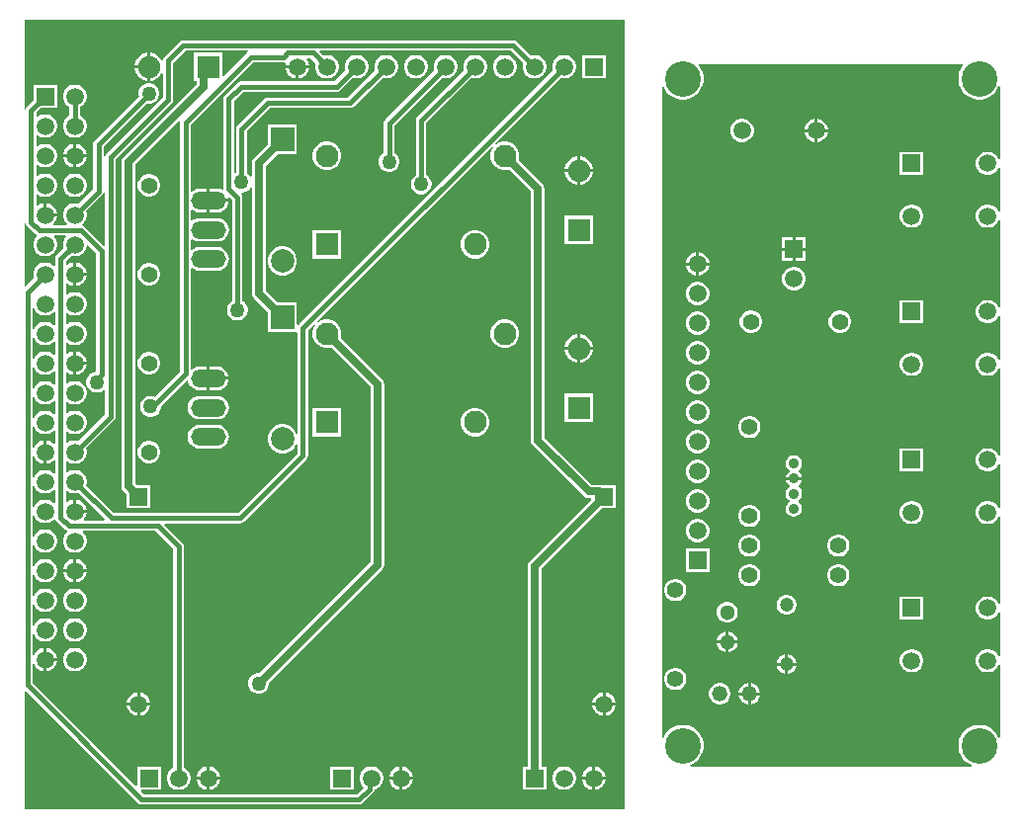
<source format=gtl>
G04*
G04 #@! TF.GenerationSoftware,Altium Limited,Altium Designer,21.1.1 (26)*
G04*
G04 Layer_Physical_Order=1*
G04 Layer_Color=255*
%FSLAX25Y25*%
%MOIN*%
G70*
G04*
G04 #@! TF.SameCoordinates,57F2D21C-0FCB-4F51-B6BE-920437A83AD4*
G04*
G04*
G04 #@! TF.FilePolarity,Positive*
G04*
G01*
G75*
%ADD40C,0.01500*%
%ADD41C,0.02500*%
%ADD42C,0.07480*%
%ADD43R,0.07480X0.07480*%
%ADD44R,0.07480X0.07480*%
%ADD45C,0.03500*%
%ADD46C,0.05512*%
%ADD47C,0.05906*%
%ADD48R,0.05906X0.05906*%
%ADD49C,0.05200*%
%ADD50R,0.05937X0.05937*%
%ADD51C,0.05937*%
%ADD52R,0.05906X0.05906*%
%ADD53C,0.05898*%
%ADD54R,0.05898X0.05898*%
%ADD55C,0.05118*%
%ADD56C,0.04724*%
%ADD57C,0.12000*%
%ADD58R,0.07874X0.07874*%
%ADD59C,0.07874*%
%ADD60R,0.07677X0.07677*%
%ADD61C,0.07677*%
%ADD62O,0.11811X0.05906*%
%ADD63C,0.05000*%
G36*
X205500Y271347D02*
Y5000D01*
X3000D01*
Y44723D01*
X3462Y44915D01*
X41341Y7036D01*
X41341Y7035D01*
X41920Y6649D01*
X42603Y6513D01*
X115797D01*
X116480Y6649D01*
X117059Y7035D01*
X120583Y10559D01*
X120583Y10559D01*
X120970Y11138D01*
X121081Y11697D01*
X121526Y11817D01*
X122427Y12337D01*
X123163Y13073D01*
X123683Y13974D01*
X123953Y14980D01*
Y16020D01*
X123683Y17026D01*
X123163Y17927D01*
X122427Y18663D01*
X121526Y19183D01*
X120520Y19453D01*
X119480D01*
X118474Y19183D01*
X117573Y18663D01*
X116837Y17927D01*
X116317Y17026D01*
X116047Y16020D01*
Y14980D01*
X116317Y13974D01*
X116837Y13073D01*
X117443Y12467D01*
X115058Y10081D01*
X43342D01*
X42338Y11085D01*
X42529Y11547D01*
X48953D01*
Y19453D01*
X41047D01*
Y13029D01*
X40585Y12838D01*
X5784Y47639D01*
Y54029D01*
X6284Y54095D01*
X6317Y53974D01*
X6837Y53073D01*
X7573Y52337D01*
X8474Y51817D01*
X9480Y51547D01*
X9500D01*
Y55500D01*
Y59453D01*
X9480D01*
X8474Y59183D01*
X7573Y58663D01*
X6837Y57927D01*
X6317Y57026D01*
X6284Y56905D01*
X5784Y56971D01*
Y64029D01*
X6284Y64095D01*
X6317Y63974D01*
X6837Y63073D01*
X7573Y62337D01*
X8474Y61817D01*
X9480Y61547D01*
X10520D01*
X11526Y61817D01*
X12427Y62337D01*
X13163Y63073D01*
X13683Y63974D01*
X13953Y64980D01*
Y66020D01*
X13683Y67026D01*
X13163Y67927D01*
X12427Y68663D01*
X11526Y69183D01*
X10520Y69453D01*
X9480D01*
X8474Y69183D01*
X7573Y68663D01*
X6837Y67927D01*
X6317Y67026D01*
X6284Y66905D01*
X5784Y66971D01*
Y74029D01*
X6284Y74095D01*
X6317Y73974D01*
X6837Y73073D01*
X7573Y72337D01*
X8474Y71817D01*
X9480Y71547D01*
X10520D01*
X11526Y71817D01*
X12427Y72337D01*
X13163Y73073D01*
X13683Y73974D01*
X13953Y74980D01*
Y76020D01*
X13683Y77026D01*
X13163Y77927D01*
X12427Y78663D01*
X11526Y79183D01*
X10520Y79453D01*
X9480D01*
X8474Y79183D01*
X7573Y78663D01*
X6837Y77927D01*
X6317Y77026D01*
X6284Y76905D01*
X5784Y76971D01*
Y84029D01*
X6284Y84095D01*
X6317Y83974D01*
X6837Y83073D01*
X7573Y82337D01*
X8474Y81817D01*
X9480Y81547D01*
X10520D01*
X11526Y81817D01*
X12427Y82337D01*
X13163Y83073D01*
X13683Y83974D01*
X13953Y84980D01*
Y86020D01*
X13683Y87026D01*
X13163Y87927D01*
X12427Y88663D01*
X11526Y89183D01*
X10520Y89453D01*
X9480D01*
X8474Y89183D01*
X7573Y88663D01*
X6837Y87927D01*
X6317Y87026D01*
X6284Y86905D01*
X5784Y86971D01*
Y94029D01*
X6284Y94095D01*
X6317Y93974D01*
X6837Y93073D01*
X7573Y92337D01*
X8474Y91817D01*
X9480Y91547D01*
X10520D01*
X11526Y91817D01*
X12427Y92337D01*
X13163Y93073D01*
X13683Y93974D01*
X13953Y94980D01*
Y96020D01*
X13683Y97026D01*
X13163Y97927D01*
X12427Y98663D01*
X11526Y99183D01*
X10520Y99453D01*
X9480D01*
X8474Y99183D01*
X7573Y98663D01*
X6837Y97927D01*
X6317Y97026D01*
X6284Y96905D01*
X5784Y96971D01*
Y104029D01*
X6284Y104095D01*
X6317Y103974D01*
X6837Y103073D01*
X7573Y102337D01*
X8474Y101817D01*
X9480Y101547D01*
X10520D01*
X11526Y101817D01*
X12427Y102337D01*
X13019Y102929D01*
X13552Y102817D01*
X13938Y102238D01*
X16738Y99438D01*
X17317Y99051D01*
X17429Y98519D01*
X16837Y97927D01*
X16317Y97026D01*
X16047Y96020D01*
Y94980D01*
X16317Y93974D01*
X16837Y93073D01*
X17573Y92337D01*
X18474Y91817D01*
X19480Y91547D01*
X20520D01*
X21526Y91817D01*
X22427Y92337D01*
X23163Y93073D01*
X23683Y93974D01*
X23953Y94980D01*
Y96020D01*
X23683Y97026D01*
X23163Y97927D01*
X22674Y98416D01*
X22881Y98916D01*
X47261D01*
X53216Y92961D01*
Y19034D01*
X52573Y18663D01*
X51837Y17927D01*
X51317Y17026D01*
X51047Y16020D01*
Y14980D01*
X51317Y13974D01*
X51837Y13073D01*
X52573Y12337D01*
X53474Y11817D01*
X54480Y11547D01*
X55520D01*
X56526Y11817D01*
X57427Y12337D01*
X58163Y13073D01*
X58683Y13974D01*
X58953Y14980D01*
Y16020D01*
X58683Y17026D01*
X58163Y17927D01*
X57427Y18663D01*
X56784Y19034D01*
Y93700D01*
X56648Y94383D01*
X56262Y94962D01*
X56262Y94962D01*
X50270Y100954D01*
X50461Y101416D01*
X75900D01*
X76583Y101551D01*
X77162Y101938D01*
X98162Y122938D01*
X98162Y122938D01*
X98549Y123517D01*
X98684Y124200D01*
Y166661D01*
X100682Y168658D01*
X101082Y168351D01*
X100491Y167328D01*
X100161Y166098D01*
Y164824D01*
X100491Y163593D01*
X101128Y162490D01*
X102029Y161589D01*
X103132Y160952D01*
X104363Y160622D01*
X105637D01*
X106392Y160824D01*
X119706Y147510D01*
Y88450D01*
X82256Y51000D01*
X81539D01*
X80649Y50761D01*
X79851Y50301D01*
X79199Y49649D01*
X78738Y48851D01*
X78500Y47961D01*
Y47039D01*
X78738Y46149D01*
X79199Y45351D01*
X79851Y44699D01*
X80649Y44238D01*
X81539Y44000D01*
X82461D01*
X83351Y44238D01*
X84149Y44699D01*
X84801Y45351D01*
X85261Y46149D01*
X85500Y47039D01*
Y47756D01*
X123622Y85878D01*
X124119Y86622D01*
X124294Y87500D01*
Y148461D01*
X124119Y149338D01*
X123622Y150083D01*
X109636Y164069D01*
X109839Y164824D01*
Y166098D01*
X109509Y167328D01*
X108872Y168432D01*
X107971Y169332D01*
X106868Y169969D01*
X105637Y170299D01*
X104363D01*
X103132Y169969D01*
X102109Y169379D01*
X101802Y169779D01*
X160682Y228659D01*
X161082Y228351D01*
X160491Y227328D01*
X160161Y226098D01*
Y224824D01*
X160491Y223593D01*
X161128Y222490D01*
X162029Y221589D01*
X163132Y220952D01*
X164363Y220622D01*
X165637D01*
X166392Y220824D01*
X173706Y213510D01*
Y129500D01*
X173881Y128622D01*
X174378Y127878D01*
X191675Y110581D01*
X192419Y110083D01*
X193297Y109909D01*
X193957D01*
X194164Y109409D01*
X173378Y88622D01*
X172880Y87878D01*
X172706Y87000D01*
Y19453D01*
X171047D01*
Y11547D01*
X178953D01*
Y19453D01*
X177294D01*
Y86050D01*
X197792Y106547D01*
X202453D01*
Y114453D01*
X197019D01*
X196797Y114497D01*
X194247D01*
X178294Y130450D01*
Y214461D01*
X178120Y215338D01*
X177622Y216083D01*
X169636Y224069D01*
X169839Y224824D01*
Y226098D01*
X169509Y227328D01*
X168872Y228432D01*
X167971Y229332D01*
X166868Y229969D01*
X165637Y230299D01*
X164363D01*
X163132Y229969D01*
X162109Y229379D01*
X161802Y229779D01*
X183763Y251739D01*
X184480Y251547D01*
X185520D01*
X186526Y251817D01*
X187427Y252337D01*
X188163Y253073D01*
X188683Y253974D01*
X188953Y254980D01*
Y256020D01*
X188683Y257026D01*
X188163Y257927D01*
X187427Y258663D01*
X186526Y259183D01*
X185520Y259453D01*
X184480D01*
X183474Y259183D01*
X182573Y258663D01*
X181837Y257927D01*
X181317Y257026D01*
X181047Y256020D01*
Y254980D01*
X181239Y254263D01*
X95638Y168662D01*
X95437Y168360D01*
X94937Y168512D01*
Y176028D01*
X88307D01*
X84294Y180041D01*
Y222140D01*
X88307Y226154D01*
X94937D01*
Y236028D01*
X85063D01*
Y229398D01*
X80378Y224713D01*
X79881Y223969D01*
X79706Y223091D01*
Y218528D01*
X79206Y218394D01*
X79001Y218749D01*
X78349Y219401D01*
X77984Y219611D01*
Y233661D01*
X85839Y241516D01*
X112800D01*
X113483Y241652D01*
X114062Y242038D01*
X123763Y251739D01*
X124480Y251547D01*
X125520D01*
X126526Y251817D01*
X127427Y252337D01*
X128163Y253073D01*
X128683Y253974D01*
X128953Y254980D01*
Y256020D01*
X128683Y257026D01*
X128163Y257927D01*
X127427Y258663D01*
X126526Y259183D01*
X125520Y259453D01*
X124480D01*
X123474Y259183D01*
X122573Y258663D01*
X121837Y257927D01*
X121317Y257026D01*
X121047Y256020D01*
Y254980D01*
X121239Y254263D01*
X112061Y245084D01*
X85100D01*
X84417Y244949D01*
X83838Y244562D01*
X74938Y235662D01*
X74551Y235083D01*
X74416Y234400D01*
Y219899D01*
X74184Y219749D01*
X73684Y220020D01*
Y243961D01*
X76739Y247016D01*
X108300D01*
X108983Y247151D01*
X109562Y247538D01*
X113763Y251739D01*
X114480Y251547D01*
X115520D01*
X116526Y251817D01*
X117427Y252337D01*
X118163Y253073D01*
X118683Y253974D01*
X118953Y254980D01*
Y256020D01*
X118683Y257026D01*
X118163Y257927D01*
X117427Y258663D01*
X116526Y259183D01*
X115520Y259453D01*
X114480D01*
X113474Y259183D01*
X112573Y258663D01*
X111837Y257927D01*
X111317Y257026D01*
X111047Y256020D01*
Y254980D01*
X111239Y254263D01*
X107561Y250584D01*
X76000D01*
X76000Y250584D01*
X75317Y250448D01*
X74738Y250062D01*
X74738Y250062D01*
X70638Y245962D01*
X70252Y245383D01*
X70116Y244700D01*
Y214400D01*
X70146Y214249D01*
X69706Y213895D01*
X68985Y214194D01*
X67953Y214330D01*
X65500D01*
Y210843D01*
X71874D01*
X71820Y211249D01*
X72185Y211487D01*
X72266Y211511D01*
X73016Y210761D01*
Y176411D01*
X72651Y176201D01*
X71999Y175549D01*
X71539Y174751D01*
X71300Y173861D01*
Y172939D01*
X71539Y172049D01*
X71999Y171251D01*
X72651Y170599D01*
X73449Y170139D01*
X74339Y169900D01*
X75261D01*
X76151Y170139D01*
X76949Y170599D01*
X77601Y171251D01*
X78061Y172049D01*
X78300Y172939D01*
Y173861D01*
X78061Y174751D01*
X77601Y175549D01*
X76949Y176201D01*
X76584Y176411D01*
Y211500D01*
X76584Y211500D01*
X76449Y212183D01*
X76170Y212600D01*
X76363Y213045D01*
X76422Y213100D01*
X76661D01*
X77551Y213338D01*
X78349Y213799D01*
X79001Y214451D01*
X79206Y214806D01*
X79706Y214672D01*
Y179091D01*
X79881Y178213D01*
X80378Y177468D01*
X85063Y172783D01*
Y166154D01*
X94616D01*
X94937Y166154D01*
X95116Y165728D01*
Y131824D01*
X94616Y131758D01*
X94601Y131815D01*
X93951Y132941D01*
X93031Y133860D01*
X91906Y134510D01*
X90650Y134846D01*
X89350D01*
X88094Y134510D01*
X86969Y133860D01*
X86049Y132941D01*
X85399Y131815D01*
X85063Y130559D01*
Y129259D01*
X85399Y128004D01*
X86049Y126878D01*
X86969Y125959D01*
X88094Y125309D01*
X89350Y124972D01*
X90650D01*
X91906Y125309D01*
X93031Y125959D01*
X93951Y126878D01*
X94601Y128004D01*
X94616Y128060D01*
X95116Y127995D01*
Y124939D01*
X75161Y104984D01*
X33039D01*
X23761Y114263D01*
X23953Y114980D01*
Y116020D01*
X23683Y117026D01*
X23163Y117927D01*
X22427Y118663D01*
X21526Y119183D01*
X20520Y119453D01*
X19480D01*
X18474Y119183D01*
X17573Y118663D01*
X17446Y118536D01*
X16984Y118728D01*
Y122272D01*
X17446Y122464D01*
X17573Y122337D01*
X18474Y121817D01*
X19480Y121547D01*
X20520D01*
X21526Y121817D01*
X22427Y122337D01*
X23163Y123073D01*
X23683Y123974D01*
X23953Y124980D01*
Y126020D01*
X23761Y126737D01*
X33262Y136238D01*
X33262Y136238D01*
X33648Y136817D01*
X33784Y137500D01*
Y224289D01*
X52712Y243217D01*
X52712Y243217D01*
X53098Y243796D01*
X53234Y244478D01*
Y256811D01*
X57342Y260918D01*
X78245D01*
X78303Y260836D01*
X78180Y260156D01*
X78038Y260062D01*
X70202Y252225D01*
X69740Y252417D01*
Y260240D01*
X60260D01*
Y250760D01*
X61003D01*
Y249747D01*
X36378Y225122D01*
X35881Y224378D01*
X35706Y223500D01*
Y114000D01*
X35881Y113122D01*
X36378Y112378D01*
X37547Y111208D01*
Y106547D01*
X45453D01*
Y114453D01*
X40792D01*
X40294Y114950D01*
Y222550D01*
X55120Y237376D01*
X55581Y237130D01*
X55516Y236800D01*
Y152578D01*
X47047Y144109D01*
X46851Y144222D01*
X45961Y144461D01*
X45039D01*
X44149Y144222D01*
X43351Y143762D01*
X42699Y143110D01*
X42239Y142312D01*
X42000Y141422D01*
Y140500D01*
X42239Y139610D01*
X42699Y138812D01*
X43351Y138160D01*
X44149Y137699D01*
X45039Y137461D01*
X45961D01*
X46851Y137699D01*
X47649Y138160D01*
X48301Y138812D01*
X48761Y139610D01*
X49000Y140500D01*
Y141016D01*
X57692Y149707D01*
X58165Y149547D01*
X58196Y149311D01*
X58595Y148349D01*
X59228Y147523D01*
X60054Y146890D01*
X61015Y146492D01*
X62047Y146356D01*
X64500D01*
Y150343D01*
Y154330D01*
X62047D01*
X61015Y154194D01*
X60054Y153795D01*
X59584Y153435D01*
X59084Y153682D01*
Y187318D01*
X59584Y187565D01*
X60054Y187205D01*
X61015Y186806D01*
X62047Y186670D01*
X67953D01*
X68985Y186806D01*
X69946Y187205D01*
X70772Y187838D01*
X71406Y188664D01*
X71804Y189626D01*
X71940Y190657D01*
X71804Y191689D01*
X71406Y192651D01*
X70772Y193476D01*
X69946Y194110D01*
X68985Y194508D01*
X67953Y194644D01*
X62047D01*
X61015Y194508D01*
X60054Y194110D01*
X59584Y193750D01*
X59084Y193996D01*
Y197161D01*
X59584Y197407D01*
X60054Y197047D01*
X61015Y196649D01*
X62047Y196513D01*
X67953D01*
X68985Y196649D01*
X69946Y197047D01*
X70772Y197681D01*
X71406Y198507D01*
X71804Y199468D01*
X71940Y200500D01*
X71804Y201532D01*
X71406Y202493D01*
X70772Y203319D01*
X69946Y203953D01*
X68985Y204351D01*
X67953Y204487D01*
X62047D01*
X61015Y204351D01*
X60054Y203953D01*
X59584Y203592D01*
X59084Y203839D01*
Y207004D01*
X59584Y207250D01*
X60054Y206890D01*
X61015Y206492D01*
X62047Y206356D01*
X64500D01*
Y210343D01*
Y214330D01*
X62047D01*
X61015Y214194D01*
X60054Y213795D01*
X59584Y213435D01*
X59084Y213682D01*
Y236061D01*
X80039Y257016D01*
X90300D01*
X90824Y257120D01*
X91175Y256834D01*
X91238Y256731D01*
X91047Y256020D01*
Y256000D01*
X95000D01*
X98953D01*
Y256020D01*
X98683Y257026D01*
X98163Y257927D01*
X98133Y257957D01*
X98325Y258418D01*
X99558D01*
X101239Y256737D01*
X101047Y256020D01*
Y254980D01*
X101317Y253974D01*
X101837Y253073D01*
X102573Y252337D01*
X103474Y251817D01*
X104480Y251547D01*
X105520D01*
X106526Y251817D01*
X107427Y252337D01*
X108163Y253073D01*
X108683Y253974D01*
X108953Y254980D01*
Y256020D01*
X108683Y257026D01*
X108163Y257927D01*
X107427Y258663D01*
X106526Y259183D01*
X105520Y259453D01*
X104480D01*
X103763Y259261D01*
X102567Y260457D01*
X102758Y260918D01*
X167058D01*
X171239Y256737D01*
X171047Y256020D01*
Y254980D01*
X171317Y253974D01*
X171837Y253073D01*
X172573Y252337D01*
X173474Y251817D01*
X174480Y251547D01*
X175520D01*
X176526Y251817D01*
X177427Y252337D01*
X178163Y253073D01*
X178683Y253974D01*
X178953Y254980D01*
Y256020D01*
X178683Y257026D01*
X178163Y257927D01*
X177427Y258663D01*
X176526Y259183D01*
X175520Y259453D01*
X174480D01*
X173763Y259261D01*
X169059Y263965D01*
X168480Y264351D01*
X167797Y264487D01*
X56603D01*
X56603Y264487D01*
X55920Y264351D01*
X55341Y263965D01*
X50188Y258812D01*
X49801Y258233D01*
X49717Y257810D01*
X49190Y257723D01*
X48793Y258411D01*
X47910Y259293D01*
X46830Y259917D01*
X45624Y260240D01*
X45500D01*
Y255500D01*
Y250760D01*
X45624D01*
X46830Y251083D01*
X47910Y251707D01*
X48793Y252590D01*
X49166Y253235D01*
X49666Y253101D01*
Y245217D01*
X30738Y226290D01*
X30351Y225711D01*
X30284Y225373D01*
X29784Y225422D01*
Y228761D01*
X44132Y243109D01*
X44539Y243000D01*
X45461D01*
X46351Y243238D01*
X47149Y243699D01*
X47801Y244351D01*
X48261Y245149D01*
X48500Y246039D01*
Y246961D01*
X48261Y247851D01*
X47801Y248649D01*
X47149Y249301D01*
X46351Y249762D01*
X45461Y250000D01*
X44539D01*
X43649Y249762D01*
X42851Y249301D01*
X42199Y248649D01*
X41739Y247851D01*
X41500Y246961D01*
Y246039D01*
X41609Y245632D01*
X26738Y230762D01*
X26351Y230183D01*
X26216Y229500D01*
Y214239D01*
X21237Y209261D01*
X20520Y209453D01*
X19480D01*
X18474Y209183D01*
X17573Y208663D01*
X16837Y207927D01*
X16317Y207026D01*
X16047Y206020D01*
Y204980D01*
X16317Y203974D01*
X16837Y203073D01*
X17326Y202584D01*
X17119Y202084D01*
X12881D01*
X12674Y202584D01*
X13163Y203073D01*
X13683Y203974D01*
X13953Y204980D01*
Y205000D01*
X10000D01*
Y205500D01*
X9500D01*
Y209453D01*
X9480D01*
X8474Y209183D01*
X7573Y208663D01*
X7446Y208536D01*
X6984Y208728D01*
Y212272D01*
X7446Y212464D01*
X7573Y212337D01*
X8474Y211817D01*
X9480Y211547D01*
X10520D01*
X11526Y211817D01*
X12427Y212337D01*
X13163Y213073D01*
X13683Y213974D01*
X13953Y214980D01*
Y216020D01*
X13683Y217026D01*
X13163Y217927D01*
X12427Y218663D01*
X11526Y219183D01*
X10520Y219453D01*
X9480D01*
X8474Y219183D01*
X7573Y218663D01*
X7446Y218536D01*
X6984Y218728D01*
Y222272D01*
X7446Y222464D01*
X7573Y222337D01*
X8474Y221817D01*
X9480Y221547D01*
X10520D01*
X11526Y221817D01*
X12427Y222337D01*
X13163Y223073D01*
X13683Y223974D01*
X13953Y224980D01*
Y226020D01*
X13683Y227026D01*
X13163Y227927D01*
X12427Y228663D01*
X11526Y229183D01*
X10520Y229453D01*
X9480D01*
X8474Y229183D01*
X7573Y228663D01*
X7446Y228536D01*
X6984Y228728D01*
Y232272D01*
X7446Y232464D01*
X7573Y232337D01*
X8474Y231817D01*
X9480Y231547D01*
X10520D01*
X11526Y231817D01*
X12427Y232337D01*
X13163Y233073D01*
X13683Y233974D01*
X13953Y234980D01*
Y236020D01*
X13683Y237026D01*
X13163Y237927D01*
X12427Y238663D01*
X11526Y239183D01*
X10520Y239453D01*
X9480D01*
X8474Y239183D01*
X7573Y238663D01*
X7446Y238536D01*
X6984Y238728D01*
Y239961D01*
X8571Y241547D01*
X13953D01*
Y249453D01*
X6047D01*
Y244071D01*
X3938Y241962D01*
X3551Y241383D01*
X3500Y241124D01*
X3000Y241173D01*
Y271500D01*
X205000D01*
X205038Y271538D01*
X205500Y271347D01*
D02*
G37*
G36*
X319639Y256038D02*
X319563Y255962D01*
X318797Y254816D01*
X318269Y253542D01*
X318000Y252189D01*
Y250811D01*
X318269Y249458D01*
X318797Y248184D01*
X319563Y247038D01*
X320538Y246063D01*
X321684Y245297D01*
X322958Y244769D01*
X324311Y244500D01*
X325689D01*
X327042Y244769D01*
X328316Y245297D01*
X329462Y246063D01*
X330437Y247038D01*
X331203Y248184D01*
X331500Y248901D01*
X332000Y248801D01*
Y224355D01*
X331500Y224289D01*
X331475Y224382D01*
X330955Y225283D01*
X330220Y226018D01*
X329319Y226538D01*
X328315Y226807D01*
X327275D01*
X326271Y226538D01*
X325371Y226018D01*
X324635Y225283D01*
X324115Y224382D01*
X323846Y223378D01*
Y222338D01*
X324115Y221334D01*
X324635Y220434D01*
X325371Y219698D01*
X326271Y219179D01*
X327275Y218909D01*
X328315D01*
X329319Y219179D01*
X330220Y219698D01*
X330955Y220434D01*
X331475Y221334D01*
X331500Y221428D01*
X332000Y221362D01*
Y206638D01*
X331500Y206572D01*
X331475Y206666D01*
X330955Y207566D01*
X330220Y208302D01*
X329319Y208822D01*
X328315Y209091D01*
X327275D01*
X326271Y208822D01*
X325371Y208302D01*
X324635Y207566D01*
X324115Y206666D01*
X323846Y205662D01*
Y204622D01*
X324115Y203618D01*
X324635Y202717D01*
X325371Y201982D01*
X326271Y201462D01*
X327275Y201193D01*
X328315D01*
X329319Y201462D01*
X330220Y201982D01*
X330955Y202717D01*
X331475Y203618D01*
X331500Y203711D01*
X332000Y203645D01*
Y174355D01*
X331500Y174289D01*
X331475Y174382D01*
X330955Y175283D01*
X330220Y176018D01*
X329319Y176538D01*
X328315Y176807D01*
X327275D01*
X326271Y176538D01*
X325371Y176018D01*
X324635Y175283D01*
X324115Y174382D01*
X323846Y173378D01*
Y172338D01*
X324115Y171334D01*
X324635Y170434D01*
X325371Y169698D01*
X326271Y169178D01*
X327275Y168909D01*
X328315D01*
X329319Y169178D01*
X330220Y169698D01*
X330955Y170434D01*
X331475Y171334D01*
X331500Y171428D01*
X332000Y171362D01*
Y156638D01*
X331500Y156572D01*
X331475Y156666D01*
X330955Y157566D01*
X330220Y158302D01*
X329319Y158821D01*
X328315Y159091D01*
X327275D01*
X326271Y158821D01*
X325371Y158302D01*
X324635Y157566D01*
X324115Y156666D01*
X323846Y155662D01*
Y154622D01*
X324115Y153618D01*
X324635Y152717D01*
X325371Y151982D01*
X326271Y151462D01*
X327275Y151193D01*
X328315D01*
X329319Y151462D01*
X330220Y151982D01*
X330955Y152717D01*
X331475Y153618D01*
X331500Y153711D01*
X332000Y153645D01*
Y124355D01*
X331500Y124289D01*
X331475Y124382D01*
X330955Y125283D01*
X330220Y126018D01*
X329319Y126538D01*
X328315Y126807D01*
X327275D01*
X326271Y126538D01*
X325371Y126018D01*
X324635Y125283D01*
X324115Y124382D01*
X323846Y123378D01*
Y122338D01*
X324115Y121334D01*
X324635Y120434D01*
X325371Y119698D01*
X326271Y119178D01*
X327275Y118909D01*
X328315D01*
X329319Y119178D01*
X330220Y119698D01*
X330955Y120434D01*
X331475Y121334D01*
X331500Y121428D01*
X332000Y121362D01*
Y106638D01*
X331500Y106572D01*
X331475Y106666D01*
X330955Y107566D01*
X330220Y108302D01*
X329319Y108821D01*
X328315Y109091D01*
X327275D01*
X326271Y108821D01*
X325371Y108302D01*
X324635Y107566D01*
X324115Y106666D01*
X323846Y105662D01*
Y104622D01*
X324115Y103618D01*
X324635Y102717D01*
X325371Y101982D01*
X326271Y101462D01*
X327275Y101193D01*
X328315D01*
X329319Y101462D01*
X330220Y101982D01*
X330955Y102717D01*
X331475Y103618D01*
X331500Y103711D01*
X332000Y103645D01*
Y74355D01*
X331500Y74289D01*
X331475Y74382D01*
X330955Y75283D01*
X330220Y76018D01*
X329319Y76538D01*
X328315Y76807D01*
X327275D01*
X326271Y76538D01*
X325371Y76018D01*
X324635Y75283D01*
X324115Y74382D01*
X323846Y73378D01*
Y72338D01*
X324115Y71334D01*
X324635Y70434D01*
X325371Y69698D01*
X326271Y69178D01*
X327275Y68909D01*
X328315D01*
X329319Y69178D01*
X330220Y69698D01*
X330955Y70434D01*
X331475Y71334D01*
X331500Y71428D01*
X332000Y71362D01*
Y56638D01*
X331500Y56572D01*
X331475Y56666D01*
X330955Y57566D01*
X330220Y58302D01*
X329319Y58821D01*
X328315Y59091D01*
X327275D01*
X326271Y58821D01*
X325371Y58302D01*
X324635Y57566D01*
X324115Y56666D01*
X323846Y55662D01*
Y54622D01*
X324115Y53618D01*
X324635Y52717D01*
X325371Y51982D01*
X326271Y51462D01*
X327275Y51193D01*
X328315D01*
X329319Y51462D01*
X330220Y51982D01*
X330955Y52717D01*
X331475Y53618D01*
X331500Y53711D01*
X332000Y53645D01*
Y29199D01*
X331500Y29100D01*
X331203Y29816D01*
X330437Y30962D01*
X329462Y31937D01*
X328316Y32703D01*
X327042Y33231D01*
X325689Y33500D01*
X324311D01*
X322958Y33231D01*
X321684Y32703D01*
X320538Y31937D01*
X319563Y30962D01*
X318797Y29816D01*
X318269Y28542D01*
X318000Y27189D01*
Y25811D01*
X318269Y24458D01*
X318797Y23184D01*
X319563Y22038D01*
X320538Y21063D01*
X321684Y20297D01*
X322400Y20000D01*
X322301Y19500D01*
X227699D01*
X227600Y20000D01*
X228316Y20297D01*
X229462Y21063D01*
X230437Y22038D01*
X231203Y23184D01*
X231731Y24458D01*
X232000Y25811D01*
Y27189D01*
X231731Y28542D01*
X231203Y29816D01*
X230437Y30962D01*
X229462Y31937D01*
X228316Y32703D01*
X227042Y33231D01*
X225689Y33500D01*
X224311D01*
X222958Y33231D01*
X221684Y32703D01*
X220538Y31937D01*
X219563Y30962D01*
X218797Y29816D01*
X218500Y29100D01*
X218000Y29199D01*
Y248801D01*
X218500Y248901D01*
X218797Y248184D01*
X219563Y247038D01*
X220538Y246063D01*
X221684Y245297D01*
X222958Y244769D01*
X224311Y244500D01*
X225689D01*
X227042Y244769D01*
X228316Y245297D01*
X229462Y246063D01*
X230437Y247038D01*
X231203Y248184D01*
X231731Y249458D01*
X232000Y250811D01*
Y252189D01*
X231731Y253542D01*
X231203Y254816D01*
X230437Y255962D01*
X230361Y256038D01*
X230553Y256500D01*
X319447D01*
X319639Y256038D01*
D02*
G37*
G36*
X30216Y213106D02*
Y195261D01*
X29754Y195070D01*
X23262Y201562D01*
X22683Y201948D01*
X22571Y202481D01*
X23163Y203073D01*
X23683Y203974D01*
X23953Y204980D01*
Y206020D01*
X23761Y206737D01*
X29262Y212238D01*
X29649Y212817D01*
X29716Y213155D01*
X30216Y213106D01*
D02*
G37*
G36*
X27216Y192561D02*
Y152535D01*
X26954D01*
X26064Y152297D01*
X25266Y151836D01*
X24614Y151184D01*
X24154Y150386D01*
X23915Y149496D01*
Y148574D01*
X24154Y147684D01*
X24614Y146886D01*
X25266Y146235D01*
X26064Y145774D01*
X26954Y145535D01*
X27876D01*
X28766Y145774D01*
X29564Y146235D01*
X29754Y146424D01*
X30216Y146233D01*
Y138239D01*
X21237Y129261D01*
X20520Y129453D01*
X19480D01*
X18474Y129183D01*
X17573Y128663D01*
X17446Y128536D01*
X16984Y128728D01*
Y132272D01*
X17446Y132464D01*
X17573Y132337D01*
X18474Y131817D01*
X19480Y131547D01*
X20520D01*
X21526Y131817D01*
X22427Y132337D01*
X23163Y133073D01*
X23683Y133974D01*
X23953Y134980D01*
Y136020D01*
X23683Y137026D01*
X23163Y137927D01*
X22427Y138663D01*
X21526Y139183D01*
X20520Y139453D01*
X19480D01*
X18474Y139183D01*
X17573Y138663D01*
X17446Y138536D01*
X16984Y138728D01*
Y142272D01*
X17446Y142464D01*
X17573Y142337D01*
X18474Y141817D01*
X19480Y141547D01*
X20520D01*
X21526Y141817D01*
X22427Y142337D01*
X23163Y143073D01*
X23683Y143974D01*
X23953Y144980D01*
Y146020D01*
X23683Y147026D01*
X23163Y147927D01*
X22427Y148663D01*
X21526Y149183D01*
X20520Y149453D01*
X19480D01*
X18474Y149183D01*
X17573Y148663D01*
X17446Y148536D01*
X16984Y148728D01*
Y152272D01*
X17446Y152464D01*
X17573Y152337D01*
X18474Y151817D01*
X19480Y151547D01*
X19500D01*
Y155500D01*
Y159453D01*
X19480D01*
X18474Y159183D01*
X17573Y158663D01*
X17446Y158536D01*
X16984Y158728D01*
Y162272D01*
X17446Y162464D01*
X17573Y162337D01*
X18474Y161817D01*
X19480Y161547D01*
X20520D01*
X21526Y161817D01*
X22427Y162337D01*
X23163Y163073D01*
X23683Y163974D01*
X23953Y164980D01*
Y166020D01*
X23683Y167026D01*
X23163Y167927D01*
X22427Y168663D01*
X21526Y169183D01*
X20520Y169453D01*
X19480D01*
X18474Y169183D01*
X17573Y168663D01*
X17446Y168536D01*
X16984Y168728D01*
Y172272D01*
X17446Y172464D01*
X17573Y172337D01*
X18474Y171817D01*
X19480Y171547D01*
X20520D01*
X21526Y171817D01*
X22427Y172337D01*
X23163Y173073D01*
X23683Y173974D01*
X23953Y174980D01*
Y176020D01*
X23683Y177026D01*
X23163Y177927D01*
X22427Y178663D01*
X21526Y179183D01*
X20520Y179453D01*
X19480D01*
X18474Y179183D01*
X17573Y178663D01*
X17446Y178536D01*
X16984Y178728D01*
Y182272D01*
X17446Y182464D01*
X17573Y182337D01*
X18474Y181817D01*
X19480Y181547D01*
X19500D01*
Y185500D01*
Y189453D01*
X19480D01*
X18474Y189183D01*
X17573Y188663D01*
X17446Y188536D01*
X16984Y188728D01*
Y189961D01*
X18763Y191739D01*
X19480Y191547D01*
X20520D01*
X21526Y191817D01*
X22427Y192337D01*
X23163Y193073D01*
X23683Y193974D01*
X23953Y194980D01*
Y195171D01*
X24415Y195362D01*
X27216Y192561D01*
D02*
G37*
G36*
X3551Y202417D02*
X3938Y201838D01*
X6738Y199038D01*
X7040Y198837D01*
X7128Y198218D01*
X6837Y197927D01*
X6317Y197026D01*
X6047Y196020D01*
Y194980D01*
X6317Y193974D01*
X6837Y193073D01*
X7573Y192337D01*
X8474Y191817D01*
X9480Y191547D01*
X10520D01*
X11526Y191817D01*
X12427Y192337D01*
X13163Y193073D01*
X13683Y193974D01*
X13953Y194980D01*
Y196020D01*
X13683Y197026D01*
X13163Y197927D01*
X13036Y198054D01*
X13228Y198516D01*
X16772D01*
X16964Y198054D01*
X16837Y197927D01*
X16317Y197026D01*
X16047Y196020D01*
Y194980D01*
X16239Y194263D01*
X13938Y191962D01*
X13552Y191383D01*
X13416Y190700D01*
Y188381D01*
X12916Y188174D01*
X12427Y188663D01*
X11526Y189183D01*
X10520Y189453D01*
X9480D01*
X8474Y189183D01*
X7573Y188663D01*
X6837Y187927D01*
X6317Y187026D01*
X6047Y186020D01*
Y184980D01*
X6239Y184263D01*
X3462Y181485D01*
X3000Y181677D01*
Y202627D01*
X3500Y202676D01*
X3551Y202417D01*
D02*
G37*
G36*
X6317Y173974D02*
X6837Y173073D01*
X7573Y172337D01*
X8474Y171817D01*
X9480Y171547D01*
X10520D01*
X11526Y171817D01*
X12427Y172337D01*
X12916Y172826D01*
X13416Y172619D01*
Y168381D01*
X12916Y168174D01*
X12427Y168663D01*
X11526Y169183D01*
X10520Y169453D01*
X9480D01*
X8474Y169183D01*
X7573Y168663D01*
X6837Y167927D01*
X6317Y167026D01*
X6284Y166905D01*
X5784Y166971D01*
Y174029D01*
X6284Y174095D01*
X6317Y173974D01*
D02*
G37*
G36*
Y163974D02*
X6837Y163073D01*
X7573Y162337D01*
X8474Y161817D01*
X9480Y161547D01*
X10520D01*
X11526Y161817D01*
X12427Y162337D01*
X12916Y162826D01*
X13416Y162619D01*
Y158381D01*
X12916Y158174D01*
X12427Y158663D01*
X11526Y159183D01*
X10520Y159453D01*
X9480D01*
X8474Y159183D01*
X7573Y158663D01*
X6837Y157927D01*
X6317Y157026D01*
X6284Y156905D01*
X5784Y156971D01*
Y164029D01*
X6284Y164095D01*
X6317Y163974D01*
D02*
G37*
G36*
Y153974D02*
X6837Y153073D01*
X7573Y152337D01*
X8474Y151817D01*
X9480Y151547D01*
X10520D01*
X11526Y151817D01*
X12427Y152337D01*
X12916Y152826D01*
X13416Y152619D01*
Y148381D01*
X12916Y148174D01*
X12427Y148663D01*
X11526Y149183D01*
X10520Y149453D01*
X9480D01*
X8474Y149183D01*
X7573Y148663D01*
X6837Y147927D01*
X6317Y147026D01*
X6284Y146905D01*
X5784Y146971D01*
Y154029D01*
X6284Y154095D01*
X6317Y153974D01*
D02*
G37*
G36*
Y143974D02*
X6837Y143073D01*
X7573Y142337D01*
X8474Y141817D01*
X9480Y141547D01*
X10520D01*
X11526Y141817D01*
X12427Y142337D01*
X12916Y142826D01*
X13416Y142619D01*
Y138381D01*
X12916Y138174D01*
X12427Y138663D01*
X11526Y139183D01*
X10520Y139453D01*
X9480D01*
X8474Y139183D01*
X7573Y138663D01*
X6837Y137927D01*
X6317Y137026D01*
X6284Y136905D01*
X5784Y136971D01*
Y144029D01*
X6284Y144095D01*
X6317Y143974D01*
D02*
G37*
G36*
Y133974D02*
X6837Y133073D01*
X7573Y132337D01*
X8474Y131817D01*
X9480Y131547D01*
X10520D01*
X11526Y131817D01*
X12427Y132337D01*
X12916Y132826D01*
X13416Y132619D01*
Y128381D01*
X12916Y128174D01*
X12427Y128663D01*
X11526Y129183D01*
X10520Y129453D01*
X10500D01*
Y125500D01*
Y121547D01*
X10520D01*
X11526Y121817D01*
X12427Y122337D01*
X12916Y122826D01*
X13416Y122619D01*
Y118381D01*
X12916Y118174D01*
X12427Y118663D01*
X11526Y119183D01*
X10520Y119453D01*
X9480D01*
X8474Y119183D01*
X7573Y118663D01*
X6837Y117927D01*
X6317Y117026D01*
X6284Y116905D01*
X5784Y116971D01*
Y124029D01*
X6284Y124095D01*
X6317Y123974D01*
X6837Y123073D01*
X7573Y122337D01*
X8474Y121817D01*
X9480Y121547D01*
X9500D01*
Y125500D01*
Y129453D01*
X9480D01*
X8474Y129183D01*
X7573Y128663D01*
X6837Y127927D01*
X6317Y127026D01*
X6284Y126905D01*
X5784Y126971D01*
Y134029D01*
X6284Y134095D01*
X6317Y133974D01*
D02*
G37*
G36*
Y113974D02*
X6837Y113073D01*
X7573Y112337D01*
X8474Y111817D01*
X9480Y111547D01*
X10520D01*
X11526Y111817D01*
X12427Y112337D01*
X12916Y112826D01*
X13416Y112619D01*
Y108381D01*
X12916Y108174D01*
X12427Y108663D01*
X11526Y109183D01*
X10520Y109453D01*
X9480D01*
X8474Y109183D01*
X7573Y108663D01*
X6837Y107927D01*
X6317Y107026D01*
X6284Y106905D01*
X5784Y106971D01*
Y114029D01*
X6284Y114095D01*
X6317Y113974D01*
D02*
G37*
G36*
X17573Y112337D02*
X18474Y111817D01*
X19480Y111547D01*
X20520D01*
X21237Y111739D01*
X30030Y102946D01*
X29839Y102484D01*
X23228D01*
X23036Y102946D01*
X23163Y103073D01*
X23683Y103974D01*
X23953Y104980D01*
Y105000D01*
X20000D01*
Y105500D01*
X19500D01*
Y109453D01*
X19480D01*
X18474Y109183D01*
X17573Y108663D01*
X17446Y108536D01*
X16984Y108728D01*
Y112272D01*
X17446Y112464D01*
X17573Y112337D01*
D02*
G37*
%LPC*%
G36*
X44500Y260240D02*
X44376D01*
X43170Y259917D01*
X42090Y259293D01*
X41207Y258411D01*
X40583Y257330D01*
X40260Y256124D01*
Y256000D01*
X44500D01*
Y260240D01*
D02*
G37*
G36*
X198953Y259453D02*
X191047D01*
Y251547D01*
X198953D01*
Y259453D01*
D02*
G37*
G36*
X165520D02*
X164480D01*
X163474Y259183D01*
X162573Y258663D01*
X161837Y257927D01*
X161317Y257026D01*
X161047Y256020D01*
Y254980D01*
X161317Y253974D01*
X161837Y253073D01*
X162573Y252337D01*
X163474Y251817D01*
X164480Y251547D01*
X165520D01*
X166526Y251817D01*
X167427Y252337D01*
X168163Y253073D01*
X168683Y253974D01*
X168953Y254980D01*
Y256020D01*
X168683Y257026D01*
X168163Y257927D01*
X167427Y258663D01*
X166526Y259183D01*
X165520Y259453D01*
D02*
G37*
G36*
X155520D02*
X154480D01*
X153474Y259183D01*
X152573Y258663D01*
X151837Y257927D01*
X151317Y257026D01*
X151047Y256020D01*
Y254980D01*
X151239Y254263D01*
X135538Y238562D01*
X135152Y237983D01*
X135016Y237300D01*
Y219011D01*
X134651Y218801D01*
X133999Y218149D01*
X133538Y217351D01*
X133300Y216461D01*
Y215539D01*
X133538Y214649D01*
X133999Y213851D01*
X134651Y213199D01*
X135449Y212738D01*
X136339Y212500D01*
X137261D01*
X138151Y212738D01*
X138949Y213199D01*
X139601Y213851D01*
X140061Y214649D01*
X140300Y215539D01*
Y216461D01*
X140061Y217351D01*
X139601Y218149D01*
X138949Y218801D01*
X138584Y219011D01*
Y236561D01*
X153763Y251739D01*
X154480Y251547D01*
X155520D01*
X156526Y251817D01*
X157427Y252337D01*
X158163Y253073D01*
X158683Y253974D01*
X158953Y254980D01*
Y256020D01*
X158683Y257026D01*
X158163Y257927D01*
X157427Y258663D01*
X156526Y259183D01*
X155520Y259453D01*
D02*
G37*
G36*
X145520D02*
X144480D01*
X143474Y259183D01*
X142573Y258663D01*
X141837Y257927D01*
X141317Y257026D01*
X141047Y256020D01*
Y254980D01*
X141239Y254263D01*
X124738Y237762D01*
X124352Y237183D01*
X124216Y236500D01*
Y226511D01*
X123851Y226301D01*
X123199Y225649D01*
X122739Y224851D01*
X122500Y223961D01*
Y223039D01*
X122739Y222149D01*
X123199Y221351D01*
X123851Y220699D01*
X124649Y220238D01*
X125539Y220000D01*
X126461D01*
X127351Y220238D01*
X128149Y220699D01*
X128801Y221351D01*
X129262Y222149D01*
X129500Y223039D01*
Y223961D01*
X129262Y224851D01*
X128801Y225649D01*
X128149Y226301D01*
X127784Y226511D01*
Y235761D01*
X143763Y251739D01*
X144480Y251547D01*
X145520D01*
X146526Y251817D01*
X147427Y252337D01*
X148163Y253073D01*
X148683Y253974D01*
X148953Y254980D01*
Y256020D01*
X148683Y257026D01*
X148163Y257927D01*
X147427Y258663D01*
X146526Y259183D01*
X145520Y259453D01*
D02*
G37*
G36*
X135520D02*
X134480D01*
X133474Y259183D01*
X132573Y258663D01*
X131837Y257927D01*
X131317Y257026D01*
X131047Y256020D01*
Y254980D01*
X131317Y253974D01*
X131837Y253073D01*
X132573Y252337D01*
X133474Y251817D01*
X134480Y251547D01*
X135520D01*
X136526Y251817D01*
X137427Y252337D01*
X138163Y253073D01*
X138683Y253974D01*
X138953Y254980D01*
Y256020D01*
X138683Y257026D01*
X138163Y257927D01*
X137427Y258663D01*
X136526Y259183D01*
X135520Y259453D01*
D02*
G37*
G36*
X98953Y255000D02*
X95500D01*
Y251547D01*
X95520D01*
X96526Y251817D01*
X97427Y252337D01*
X98163Y253073D01*
X98683Y253974D01*
X98953Y254980D01*
Y255000D01*
D02*
G37*
G36*
X94500D02*
X91047D01*
Y254980D01*
X91317Y253974D01*
X91837Y253073D01*
X92573Y252337D01*
X93474Y251817D01*
X94480Y251547D01*
X94500D01*
Y255000D01*
D02*
G37*
G36*
X44500D02*
X40260D01*
Y254876D01*
X40583Y253670D01*
X41207Y252590D01*
X42090Y251707D01*
X43170Y251083D01*
X44376Y250760D01*
X44500D01*
Y255000D01*
D02*
G37*
G36*
X20520Y249453D02*
X19480D01*
X18474Y249183D01*
X17573Y248663D01*
X16837Y247927D01*
X16317Y247026D01*
X16047Y246020D01*
Y244980D01*
X16317Y243974D01*
X16837Y243073D01*
X17573Y242337D01*
X18216Y241966D01*
Y239034D01*
X17573Y238663D01*
X16837Y237927D01*
X16317Y237026D01*
X16047Y236020D01*
Y234980D01*
X16317Y233974D01*
X16837Y233073D01*
X17573Y232337D01*
X18474Y231817D01*
X19480Y231547D01*
X20520D01*
X21526Y231817D01*
X22427Y232337D01*
X23163Y233073D01*
X23683Y233974D01*
X23953Y234980D01*
Y236020D01*
X23683Y237026D01*
X23163Y237927D01*
X22427Y238663D01*
X21784Y239034D01*
Y241966D01*
X22427Y242337D01*
X23163Y243073D01*
X23683Y243974D01*
X23953Y244980D01*
Y246020D01*
X23683Y247026D01*
X23163Y247927D01*
X22427Y248663D01*
X21526Y249183D01*
X20520Y249453D01*
D02*
G37*
G36*
Y229453D02*
X20500D01*
Y226000D01*
X23953D01*
Y226020D01*
X23683Y227026D01*
X23163Y227927D01*
X22427Y228663D01*
X21526Y229183D01*
X20520Y229453D01*
D02*
G37*
G36*
X19500D02*
X19480D01*
X18474Y229183D01*
X17573Y228663D01*
X16837Y227927D01*
X16317Y227026D01*
X16047Y226020D01*
Y226000D01*
X19500D01*
Y229453D01*
D02*
G37*
G36*
X23953Y225000D02*
X20500D01*
Y221547D01*
X20520D01*
X21526Y221817D01*
X22427Y222337D01*
X23163Y223073D01*
X23683Y223974D01*
X23953Y224980D01*
Y225000D01*
D02*
G37*
G36*
X19500D02*
X16047D01*
Y224980D01*
X16317Y223974D01*
X16837Y223073D01*
X17573Y222337D01*
X18474Y221817D01*
X19480Y221547D01*
X19500D01*
Y225000D01*
D02*
G37*
G36*
X190624Y225240D02*
X190500D01*
Y221000D01*
X194740D01*
Y221124D01*
X194417Y222330D01*
X193793Y223411D01*
X192911Y224293D01*
X191830Y224917D01*
X190624Y225240D01*
D02*
G37*
G36*
X189500D02*
X189376D01*
X188170Y224917D01*
X187090Y224293D01*
X186207Y223411D01*
X185583Y222330D01*
X185260Y221124D01*
Y221000D01*
X189500D01*
Y225240D01*
D02*
G37*
G36*
X105637Y230299D02*
X104363D01*
X103132Y229969D01*
X102029Y229332D01*
X101128Y228432D01*
X100491Y227328D01*
X100161Y226098D01*
Y224824D01*
X100491Y223593D01*
X101128Y222490D01*
X102029Y221589D01*
X103132Y220952D01*
X104363Y220622D01*
X105637D01*
X106868Y220952D01*
X107971Y221589D01*
X108872Y222490D01*
X109509Y223593D01*
X109839Y224824D01*
Y226098D01*
X109509Y227328D01*
X108872Y228432D01*
X107971Y229332D01*
X106868Y229969D01*
X105637Y230299D01*
D02*
G37*
G36*
X194740Y220000D02*
X190500D01*
Y215760D01*
X190624D01*
X191830Y216083D01*
X192911Y216707D01*
X193793Y217589D01*
X194417Y218670D01*
X194740Y219876D01*
Y220000D01*
D02*
G37*
G36*
X189500D02*
X185260D01*
Y219876D01*
X185583Y218670D01*
X186207Y217589D01*
X187090Y216707D01*
X188170Y216083D01*
X189376Y215760D01*
X189500D01*
Y220000D01*
D02*
G37*
G36*
X45494Y219256D02*
X44506D01*
X43550Y219000D01*
X42694Y218506D01*
X41995Y217806D01*
X41500Y216950D01*
X41244Y215995D01*
Y215005D01*
X41500Y214050D01*
X41995Y213194D01*
X42694Y212494D01*
X43550Y212000D01*
X44506Y211744D01*
X45494D01*
X46450Y212000D01*
X47306Y212494D01*
X48006Y213194D01*
X48500Y214050D01*
X48756Y215005D01*
Y215995D01*
X48500Y216950D01*
X48006Y217806D01*
X47306Y218506D01*
X46450Y219000D01*
X45494Y219256D01*
D02*
G37*
G36*
X20520Y219453D02*
X19480D01*
X18474Y219183D01*
X17573Y218663D01*
X16837Y217927D01*
X16317Y217026D01*
X16047Y216020D01*
Y214980D01*
X16317Y213974D01*
X16837Y213073D01*
X17573Y212337D01*
X18474Y211817D01*
X19480Y211547D01*
X20520D01*
X21526Y211817D01*
X22427Y212337D01*
X23163Y213073D01*
X23683Y213974D01*
X23953Y214980D01*
Y216020D01*
X23683Y217026D01*
X23163Y217927D01*
X22427Y218663D01*
X21526Y219183D01*
X20520Y219453D01*
D02*
G37*
G36*
X71874Y209843D02*
X65500D01*
Y206356D01*
X67953D01*
X68985Y206492D01*
X69946Y206890D01*
X70772Y207523D01*
X71406Y208349D01*
X71804Y209311D01*
X71874Y209843D01*
D02*
G37*
G36*
X10520Y209453D02*
X10500D01*
Y206000D01*
X13953D01*
Y206020D01*
X13683Y207026D01*
X13163Y207927D01*
X12427Y208663D01*
X11526Y209183D01*
X10520Y209453D01*
D02*
G37*
G36*
X194740Y205240D02*
X185260D01*
Y195760D01*
X194740D01*
Y205240D01*
D02*
G37*
G36*
X155637Y200378D02*
X154363D01*
X153132Y200048D01*
X152029Y199411D01*
X151128Y198510D01*
X150491Y197407D01*
X150161Y196176D01*
Y194902D01*
X150491Y193672D01*
X151128Y192568D01*
X152029Y191668D01*
X153132Y191031D01*
X154363Y190701D01*
X155637D01*
X156868Y191031D01*
X157971Y191668D01*
X158872Y192568D01*
X159509Y193672D01*
X159839Y194902D01*
Y196176D01*
X159509Y197407D01*
X158872Y198510D01*
X157971Y199411D01*
X156868Y200048D01*
X155637Y200378D01*
D02*
G37*
G36*
X109839D02*
X100161D01*
Y190701D01*
X109839D01*
Y200378D01*
D02*
G37*
G36*
X90650Y194846D02*
X89350D01*
X88094Y194510D01*
X86969Y193860D01*
X86049Y192941D01*
X85399Y191815D01*
X85063Y190559D01*
Y189259D01*
X85399Y188004D01*
X86049Y186878D01*
X86969Y185959D01*
X88094Y185309D01*
X89350Y184972D01*
X90650D01*
X91906Y185309D01*
X93031Y185959D01*
X93951Y186878D01*
X94601Y188004D01*
X94937Y189259D01*
Y190559D01*
X94601Y191815D01*
X93951Y192941D01*
X93031Y193860D01*
X91906Y194510D01*
X90650Y194846D01*
D02*
G37*
G36*
X45494Y189256D02*
X44506D01*
X43550Y189000D01*
X42694Y188505D01*
X41995Y187806D01*
X41500Y186950D01*
X41244Y185995D01*
Y185005D01*
X41500Y184050D01*
X41995Y183194D01*
X42694Y182494D01*
X43550Y182000D01*
X44506Y181744D01*
X45494D01*
X46450Y182000D01*
X47306Y182494D01*
X48006Y183194D01*
X48500Y184050D01*
X48756Y185005D01*
Y185995D01*
X48500Y186950D01*
X48006Y187806D01*
X47306Y188505D01*
X46450Y189000D01*
X45494Y189256D01*
D02*
G37*
G36*
X190624Y165240D02*
X190500D01*
Y161000D01*
X194740D01*
Y161124D01*
X194417Y162330D01*
X193793Y163410D01*
X192911Y164293D01*
X191830Y164917D01*
X190624Y165240D01*
D02*
G37*
G36*
X189500D02*
X189376D01*
X188170Y164917D01*
X187090Y164293D01*
X186207Y163410D01*
X185583Y162330D01*
X185260Y161124D01*
Y161000D01*
X189500D01*
Y165240D01*
D02*
G37*
G36*
X165637Y170299D02*
X164363D01*
X163132Y169969D01*
X162029Y169332D01*
X161128Y168432D01*
X160491Y167328D01*
X160161Y166098D01*
Y164824D01*
X160491Y163593D01*
X161128Y162490D01*
X162029Y161589D01*
X163132Y160952D01*
X164363Y160622D01*
X165637D01*
X166868Y160952D01*
X167971Y161589D01*
X168872Y162490D01*
X169509Y163593D01*
X169839Y164824D01*
Y166098D01*
X169509Y167328D01*
X168872Y168432D01*
X167971Y169332D01*
X166868Y169969D01*
X165637Y170299D01*
D02*
G37*
G36*
X194740Y160000D02*
X190500D01*
Y155760D01*
X190624D01*
X191830Y156083D01*
X192911Y156707D01*
X193793Y157589D01*
X194417Y158670D01*
X194740Y159876D01*
Y160000D01*
D02*
G37*
G36*
X189500D02*
X185260D01*
Y159876D01*
X185583Y158670D01*
X186207Y157589D01*
X187090Y156707D01*
X188170Y156083D01*
X189376Y155760D01*
X189500D01*
Y160000D01*
D02*
G37*
G36*
X45494Y159256D02*
X44506D01*
X43550Y159000D01*
X42694Y158505D01*
X41995Y157806D01*
X41500Y156950D01*
X41244Y155994D01*
Y155006D01*
X41500Y154050D01*
X41995Y153194D01*
X42694Y152495D01*
X43550Y152000D01*
X44506Y151744D01*
X45494D01*
X46450Y152000D01*
X47306Y152495D01*
X48006Y153194D01*
X48500Y154050D01*
X48756Y155006D01*
Y155994D01*
X48500Y156950D01*
X48006Y157806D01*
X47306Y158505D01*
X46450Y159000D01*
X45494Y159256D01*
D02*
G37*
G36*
X67953Y154330D02*
X65500D01*
Y150843D01*
X71874D01*
X71804Y151374D01*
X71406Y152336D01*
X70772Y153162D01*
X69946Y153795D01*
X68985Y154194D01*
X67953Y154330D01*
D02*
G37*
G36*
X71874Y149843D02*
X65500D01*
Y146356D01*
X67953D01*
X68985Y146492D01*
X69946Y146890D01*
X70772Y147523D01*
X71406Y148349D01*
X71804Y149311D01*
X71874Y149843D01*
D02*
G37*
G36*
X67953Y144487D02*
X62047D01*
X61015Y144351D01*
X60054Y143953D01*
X59228Y143319D01*
X58595Y142493D01*
X58196Y141532D01*
X58060Y140500D01*
X58196Y139468D01*
X58595Y138507D01*
X59228Y137681D01*
X60054Y137047D01*
X61015Y136649D01*
X62047Y136513D01*
X67953D01*
X68985Y136649D01*
X69946Y137047D01*
X70772Y137681D01*
X71406Y138507D01*
X71804Y139468D01*
X71940Y140500D01*
X71804Y141532D01*
X71406Y142493D01*
X70772Y143319D01*
X69946Y143953D01*
X68985Y144351D01*
X67953Y144487D01*
D02*
G37*
G36*
X194740Y145240D02*
X185260D01*
Y135760D01*
X194740D01*
Y145240D01*
D02*
G37*
G36*
X155637Y140378D02*
X154363D01*
X153132Y140048D01*
X152029Y139411D01*
X151128Y138510D01*
X150491Y137407D01*
X150161Y136176D01*
Y134902D01*
X150491Y133672D01*
X151128Y132568D01*
X152029Y131668D01*
X153132Y131031D01*
X154363Y130701D01*
X155637D01*
X156868Y131031D01*
X157971Y131668D01*
X158872Y132568D01*
X159509Y133672D01*
X159839Y134902D01*
Y136176D01*
X159509Y137407D01*
X158872Y138510D01*
X157971Y139411D01*
X156868Y140048D01*
X155637Y140378D01*
D02*
G37*
G36*
X109839D02*
X100161D01*
Y130701D01*
X109839D01*
Y140378D01*
D02*
G37*
G36*
X67953Y134644D02*
X62047D01*
X61015Y134508D01*
X60054Y134110D01*
X59228Y133476D01*
X58595Y132651D01*
X58196Y131689D01*
X58060Y130657D01*
X58196Y129625D01*
X58595Y128664D01*
X59228Y127838D01*
X60054Y127205D01*
X61015Y126806D01*
X62047Y126671D01*
X67953D01*
X68985Y126806D01*
X69946Y127205D01*
X70772Y127838D01*
X71406Y128664D01*
X71804Y129625D01*
X71940Y130657D01*
X71804Y131689D01*
X71406Y132651D01*
X70772Y133476D01*
X69946Y134110D01*
X68985Y134508D01*
X67953Y134644D01*
D02*
G37*
G36*
X45494Y129256D02*
X44506D01*
X43550Y129000D01*
X42694Y128506D01*
X41995Y127806D01*
X41500Y126950D01*
X41244Y125995D01*
Y125005D01*
X41500Y124050D01*
X41995Y123194D01*
X42694Y122494D01*
X43550Y122000D01*
X44506Y121744D01*
X45494D01*
X46450Y122000D01*
X47306Y122494D01*
X48006Y123194D01*
X48500Y124050D01*
X48756Y125005D01*
Y125995D01*
X48500Y126950D01*
X48006Y127806D01*
X47306Y128506D01*
X46450Y129000D01*
X45494Y129256D01*
D02*
G37*
G36*
X20520Y89453D02*
X20500D01*
Y86000D01*
X23953D01*
Y86020D01*
X23683Y87026D01*
X23163Y87927D01*
X22427Y88663D01*
X21526Y89183D01*
X20520Y89453D01*
D02*
G37*
G36*
X19500D02*
X19480D01*
X18474Y89183D01*
X17573Y88663D01*
X16837Y87927D01*
X16317Y87026D01*
X16047Y86020D01*
Y86000D01*
X19500D01*
Y89453D01*
D02*
G37*
G36*
X23953Y85000D02*
X20500D01*
Y81547D01*
X20520D01*
X21526Y81817D01*
X22427Y82337D01*
X23163Y83073D01*
X23683Y83974D01*
X23953Y84980D01*
Y85000D01*
D02*
G37*
G36*
X19500D02*
X16047D01*
Y84980D01*
X16317Y83974D01*
X16837Y83073D01*
X17573Y82337D01*
X18474Y81817D01*
X19480Y81547D01*
X19500D01*
Y85000D01*
D02*
G37*
G36*
X20520Y79453D02*
X19480D01*
X18474Y79183D01*
X17573Y78663D01*
X16837Y77927D01*
X16317Y77026D01*
X16047Y76020D01*
Y74980D01*
X16317Y73974D01*
X16837Y73073D01*
X17573Y72337D01*
X18474Y71817D01*
X19480Y71547D01*
X20520D01*
X21526Y71817D01*
X22427Y72337D01*
X23163Y73073D01*
X23683Y73974D01*
X23953Y74980D01*
Y76020D01*
X23683Y77026D01*
X23163Y77927D01*
X22427Y78663D01*
X21526Y79183D01*
X20520Y79453D01*
D02*
G37*
G36*
Y69453D02*
X19480D01*
X18474Y69183D01*
X17573Y68663D01*
X16837Y67927D01*
X16317Y67026D01*
X16047Y66020D01*
Y64980D01*
X16317Y63974D01*
X16837Y63073D01*
X17573Y62337D01*
X18474Y61817D01*
X19480Y61547D01*
X20520D01*
X21526Y61817D01*
X22427Y62337D01*
X23163Y63073D01*
X23683Y63974D01*
X23953Y64980D01*
Y66020D01*
X23683Y67026D01*
X23163Y67927D01*
X22427Y68663D01*
X21526Y69183D01*
X20520Y69453D01*
D02*
G37*
G36*
X10520Y59453D02*
X10500D01*
Y56000D01*
X13953D01*
Y56020D01*
X13683Y57026D01*
X13163Y57927D01*
X12427Y58663D01*
X11526Y59183D01*
X10520Y59453D01*
D02*
G37*
G36*
X20520D02*
X19480D01*
X18474Y59183D01*
X17573Y58663D01*
X16837Y57927D01*
X16317Y57026D01*
X16047Y56020D01*
Y54980D01*
X16317Y53974D01*
X16837Y53073D01*
X17573Y52337D01*
X18474Y51817D01*
X19480Y51547D01*
X20520D01*
X21526Y51817D01*
X22427Y52337D01*
X23163Y53073D01*
X23683Y53974D01*
X23953Y54980D01*
Y56020D01*
X23683Y57026D01*
X23163Y57927D01*
X22427Y58663D01*
X21526Y59183D01*
X20520Y59453D01*
D02*
G37*
G36*
X13953Y55000D02*
X10500D01*
Y51547D01*
X10520D01*
X11526Y51817D01*
X12427Y52337D01*
X13163Y53073D01*
X13683Y53974D01*
X13953Y54980D01*
Y55000D01*
D02*
G37*
G36*
X199020Y44453D02*
X199000D01*
Y41000D01*
X202453D01*
Y41020D01*
X202183Y42026D01*
X201663Y42927D01*
X200927Y43663D01*
X200026Y44183D01*
X199020Y44453D01*
D02*
G37*
G36*
X198000D02*
X197980D01*
X196974Y44183D01*
X196073Y43663D01*
X195337Y42927D01*
X194817Y42026D01*
X194547Y41020D01*
Y41000D01*
X198000D01*
Y44453D01*
D02*
G37*
G36*
X42020D02*
X42000D01*
Y41000D01*
X45453D01*
Y41020D01*
X45183Y42026D01*
X44663Y42927D01*
X43927Y43663D01*
X43026Y44183D01*
X42020Y44453D01*
D02*
G37*
G36*
X41000D02*
X40980D01*
X39974Y44183D01*
X39073Y43663D01*
X38337Y42927D01*
X37817Y42026D01*
X37547Y41020D01*
Y41000D01*
X41000D01*
Y44453D01*
D02*
G37*
G36*
X202453Y40000D02*
X199000D01*
Y36547D01*
X199020D01*
X200026Y36817D01*
X200927Y37337D01*
X201663Y38073D01*
X202183Y38974D01*
X202453Y39980D01*
Y40000D01*
D02*
G37*
G36*
X198000D02*
X194547D01*
Y39980D01*
X194817Y38974D01*
X195337Y38073D01*
X196073Y37337D01*
X196974Y36817D01*
X197980Y36547D01*
X198000D01*
Y40000D01*
D02*
G37*
G36*
X45453D02*
X42000D01*
Y36547D01*
X42020D01*
X43026Y36817D01*
X43927Y37337D01*
X44663Y38073D01*
X45183Y38974D01*
X45453Y39980D01*
Y40000D01*
D02*
G37*
G36*
X41000D02*
X37547D01*
Y39980D01*
X37817Y38974D01*
X38337Y38073D01*
X39073Y37337D01*
X39974Y36817D01*
X40980Y36547D01*
X41000D01*
Y40000D01*
D02*
G37*
G36*
X195520Y19453D02*
X195500D01*
Y16000D01*
X198953D01*
Y16020D01*
X198683Y17026D01*
X198163Y17927D01*
X197427Y18663D01*
X196526Y19183D01*
X195520Y19453D01*
D02*
G37*
G36*
X194500D02*
X194480D01*
X193474Y19183D01*
X192573Y18663D01*
X191837Y17927D01*
X191317Y17026D01*
X191047Y16020D01*
Y16000D01*
X194500D01*
Y19453D01*
D02*
G37*
G36*
X130520D02*
X130500D01*
Y16000D01*
X133953D01*
Y16020D01*
X133683Y17026D01*
X133163Y17927D01*
X132427Y18663D01*
X131526Y19183D01*
X130520Y19453D01*
D02*
G37*
G36*
X129500D02*
X129480D01*
X128474Y19183D01*
X127573Y18663D01*
X126837Y17927D01*
X126317Y17026D01*
X126047Y16020D01*
Y16000D01*
X129500D01*
Y19453D01*
D02*
G37*
G36*
X65520D02*
X65500D01*
Y16000D01*
X68953D01*
Y16020D01*
X68683Y17026D01*
X68163Y17927D01*
X67427Y18663D01*
X66526Y19183D01*
X65520Y19453D01*
D02*
G37*
G36*
X64500D02*
X64480D01*
X63474Y19183D01*
X62573Y18663D01*
X61837Y17927D01*
X61317Y17026D01*
X61047Y16020D01*
Y16000D01*
X64500D01*
Y19453D01*
D02*
G37*
G36*
X198953Y15000D02*
X195500D01*
Y11547D01*
X195520D01*
X196526Y11817D01*
X197427Y12337D01*
X198163Y13073D01*
X198683Y13974D01*
X198953Y14980D01*
Y15000D01*
D02*
G37*
G36*
X194500D02*
X191047D01*
Y14980D01*
X191317Y13974D01*
X191837Y13073D01*
X192573Y12337D01*
X193474Y11817D01*
X194480Y11547D01*
X194500D01*
Y15000D01*
D02*
G37*
G36*
X185520Y19453D02*
X184480D01*
X183474Y19183D01*
X182573Y18663D01*
X181837Y17927D01*
X181317Y17026D01*
X181047Y16020D01*
Y14980D01*
X181317Y13974D01*
X181837Y13073D01*
X182573Y12337D01*
X183474Y11817D01*
X184480Y11547D01*
X185520D01*
X186526Y11817D01*
X187427Y12337D01*
X188163Y13073D01*
X188683Y13974D01*
X188953Y14980D01*
Y16020D01*
X188683Y17026D01*
X188163Y17927D01*
X187427Y18663D01*
X186526Y19183D01*
X185520Y19453D01*
D02*
G37*
G36*
X133953Y15000D02*
X130500D01*
Y11547D01*
X130520D01*
X131526Y11817D01*
X132427Y12337D01*
X133163Y13073D01*
X133683Y13974D01*
X133953Y14980D01*
Y15000D01*
D02*
G37*
G36*
X129500D02*
X126047D01*
Y14980D01*
X126317Y13974D01*
X126837Y13073D01*
X127573Y12337D01*
X128474Y11817D01*
X129480Y11547D01*
X129500D01*
Y15000D01*
D02*
G37*
G36*
X113953Y19453D02*
X106047D01*
Y11547D01*
X113953D01*
Y19453D01*
D02*
G37*
G36*
X68953Y15000D02*
X65500D01*
Y11547D01*
X65520D01*
X66526Y11817D01*
X67427Y12337D01*
X68163Y13073D01*
X68683Y13974D01*
X68953Y14980D01*
Y15000D01*
D02*
G37*
G36*
X64500D02*
X61047D01*
Y14980D01*
X61317Y13974D01*
X61837Y13073D01*
X62573Y12337D01*
X63474Y11817D01*
X64480Y11547D01*
X64500D01*
Y15000D01*
D02*
G37*
G36*
X270520Y237953D02*
X270500D01*
Y234500D01*
X273953D01*
Y234520D01*
X273683Y235526D01*
X273163Y236427D01*
X272427Y237163D01*
X271526Y237683D01*
X270520Y237953D01*
D02*
G37*
G36*
X269500D02*
X269480D01*
X268474Y237683D01*
X267573Y237163D01*
X266837Y236427D01*
X266317Y235526D01*
X266047Y234520D01*
Y234500D01*
X269500D01*
Y237953D01*
D02*
G37*
G36*
X273953Y233500D02*
X270500D01*
Y230047D01*
X270520D01*
X271526Y230317D01*
X272427Y230837D01*
X273163Y231573D01*
X273683Y232474D01*
X273953Y233480D01*
Y233500D01*
D02*
G37*
G36*
X269500D02*
X266047D01*
Y233480D01*
X266317Y232474D01*
X266837Y231573D01*
X267573Y230837D01*
X268474Y230317D01*
X269480Y230047D01*
X269500D01*
Y233500D01*
D02*
G37*
G36*
X245520Y237953D02*
X244480D01*
X243474Y237683D01*
X242573Y237163D01*
X241837Y236427D01*
X241317Y235526D01*
X241047Y234520D01*
Y233480D01*
X241317Y232474D01*
X241837Y231573D01*
X242573Y230837D01*
X243474Y230317D01*
X244480Y230047D01*
X245520D01*
X246526Y230317D01*
X247427Y230837D01*
X248163Y231573D01*
X248683Y232474D01*
X248953Y233480D01*
Y234520D01*
X248683Y235526D01*
X248163Y236427D01*
X247427Y237163D01*
X246526Y237683D01*
X245520Y237953D01*
D02*
G37*
G36*
X306154Y226807D02*
X298256D01*
Y218909D01*
X306154D01*
Y226807D01*
D02*
G37*
G36*
X302725Y209091D02*
X301685D01*
X300681Y208822D01*
X299780Y208302D01*
X299045Y207566D01*
X298525Y206666D01*
X298256Y205662D01*
Y204622D01*
X298525Y203618D01*
X299045Y202717D01*
X299780Y201982D01*
X300681Y201462D01*
X301685Y201193D01*
X302725D01*
X303729Y201462D01*
X304629Y201982D01*
X305365Y202717D01*
X305885Y203618D01*
X306154Y204622D01*
Y205662D01*
X305885Y206666D01*
X305365Y207566D01*
X304629Y208302D01*
X303729Y208822D01*
X302725Y209091D01*
D02*
G37*
G36*
X266469Y197968D02*
X263000D01*
Y194500D01*
X266469D01*
Y197968D01*
D02*
G37*
G36*
X262000D02*
X258531D01*
Y194500D01*
X262000D01*
Y197968D01*
D02*
G37*
G36*
X266469Y193500D02*
X263000D01*
Y190032D01*
X266469D01*
Y193500D01*
D02*
G37*
G36*
X262000D02*
X258531D01*
Y190032D01*
X262000D01*
Y193500D01*
D02*
G37*
G36*
X230520Y192953D02*
X230500D01*
Y189500D01*
X233953D01*
Y189520D01*
X233683Y190526D01*
X233163Y191427D01*
X232427Y192163D01*
X231526Y192683D01*
X230520Y192953D01*
D02*
G37*
G36*
X229500D02*
X229480D01*
X228474Y192683D01*
X227573Y192163D01*
X226837Y191427D01*
X226317Y190526D01*
X226047Y189520D01*
Y189500D01*
X229500D01*
Y192953D01*
D02*
G37*
G36*
X233953Y188500D02*
X230500D01*
Y185047D01*
X230520D01*
X231526Y185317D01*
X232427Y185837D01*
X233163Y186573D01*
X233683Y187474D01*
X233953Y188480D01*
Y188500D01*
D02*
G37*
G36*
X229500D02*
X226047D01*
Y188480D01*
X226317Y187474D01*
X226837Y186573D01*
X227573Y185837D01*
X228474Y185317D01*
X229480Y185047D01*
X229500D01*
Y188500D01*
D02*
G37*
G36*
X263022Y187969D02*
X261978D01*
X260968Y187698D01*
X260063Y187176D01*
X259324Y186437D01*
X258802Y185532D01*
X258531Y184522D01*
Y183477D01*
X258802Y182468D01*
X259324Y181563D01*
X260063Y180824D01*
X260968Y180302D01*
X261978Y180032D01*
X263022D01*
X264032Y180302D01*
X264937Y180824D01*
X265676Y181563D01*
X266198Y182468D01*
X266469Y183477D01*
Y184522D01*
X266198Y185532D01*
X265676Y186437D01*
X264937Y187176D01*
X264032Y187698D01*
X263022Y187969D01*
D02*
G37*
G36*
X230520Y182953D02*
X229480D01*
X228474Y182683D01*
X227573Y182163D01*
X226837Y181427D01*
X226317Y180526D01*
X226047Y179520D01*
Y178480D01*
X226317Y177474D01*
X226837Y176573D01*
X227573Y175837D01*
X228474Y175317D01*
X229480Y175047D01*
X230520D01*
X231526Y175317D01*
X232427Y175837D01*
X233163Y176573D01*
X233683Y177474D01*
X233953Y178480D01*
Y179520D01*
X233683Y180526D01*
X233163Y181427D01*
X232427Y182163D01*
X231526Y182683D01*
X230520Y182953D01*
D02*
G37*
G36*
X306154Y176807D02*
X298256D01*
Y168909D01*
X306154D01*
Y176807D01*
D02*
G37*
G36*
X278495Y173256D02*
X277505D01*
X276550Y173000D01*
X275694Y172505D01*
X274994Y171806D01*
X274500Y170950D01*
X274244Y169994D01*
Y169006D01*
X274500Y168050D01*
X274994Y167194D01*
X275694Y166495D01*
X276550Y166000D01*
X277505Y165744D01*
X278495D01*
X279450Y166000D01*
X280306Y166495D01*
X281006Y167194D01*
X281500Y168050D01*
X281756Y169006D01*
Y169994D01*
X281500Y170950D01*
X281006Y171806D01*
X280306Y172505D01*
X279450Y173000D01*
X278495Y173256D01*
D02*
G37*
G36*
X248495D02*
X247505D01*
X246550Y173000D01*
X245694Y172505D01*
X244994Y171806D01*
X244500Y170950D01*
X244244Y169994D01*
Y169006D01*
X244500Y168050D01*
X244994Y167194D01*
X245694Y166495D01*
X246550Y166000D01*
X247505Y165744D01*
X248495D01*
X249450Y166000D01*
X250306Y166495D01*
X251006Y167194D01*
X251500Y168050D01*
X251756Y169006D01*
Y169994D01*
X251500Y170950D01*
X251006Y171806D01*
X250306Y172505D01*
X249450Y173000D01*
X248495Y173256D01*
D02*
G37*
G36*
X230520Y172953D02*
X229480D01*
X228474Y172683D01*
X227573Y172163D01*
X226837Y171427D01*
X226317Y170526D01*
X226047Y169520D01*
Y168480D01*
X226317Y167474D01*
X226837Y166573D01*
X227573Y165837D01*
X228474Y165317D01*
X229480Y165047D01*
X230520D01*
X231526Y165317D01*
X232427Y165837D01*
X233163Y166573D01*
X233683Y167474D01*
X233953Y168480D01*
Y169520D01*
X233683Y170526D01*
X233163Y171427D01*
X232427Y172163D01*
X231526Y172683D01*
X230520Y172953D01*
D02*
G37*
G36*
Y162953D02*
X229480D01*
X228474Y162683D01*
X227573Y162163D01*
X226837Y161427D01*
X226317Y160526D01*
X226047Y159520D01*
Y158480D01*
X226317Y157474D01*
X226837Y156573D01*
X227573Y155837D01*
X228474Y155317D01*
X229480Y155047D01*
X230520D01*
X231526Y155317D01*
X232427Y155837D01*
X233163Y156573D01*
X233683Y157474D01*
X233953Y158480D01*
Y159520D01*
X233683Y160526D01*
X233163Y161427D01*
X232427Y162163D01*
X231526Y162683D01*
X230520Y162953D01*
D02*
G37*
G36*
X302725Y159091D02*
X301685D01*
X300681Y158821D01*
X299780Y158302D01*
X299045Y157566D01*
X298525Y156666D01*
X298256Y155662D01*
Y154622D01*
X298525Y153618D01*
X299045Y152717D01*
X299780Y151982D01*
X300681Y151462D01*
X301685Y151193D01*
X302725D01*
X303729Y151462D01*
X304629Y151982D01*
X305365Y152717D01*
X305885Y153618D01*
X306154Y154622D01*
Y155662D01*
X305885Y156666D01*
X305365Y157566D01*
X304629Y158302D01*
X303729Y158821D01*
X302725Y159091D01*
D02*
G37*
G36*
X230520Y152953D02*
X229480D01*
X228474Y152683D01*
X227573Y152163D01*
X226837Y151427D01*
X226317Y150526D01*
X226047Y149520D01*
Y148480D01*
X226317Y147474D01*
X226837Y146573D01*
X227573Y145837D01*
X228474Y145317D01*
X229480Y145047D01*
X230520D01*
X231526Y145317D01*
X232427Y145837D01*
X233163Y146573D01*
X233683Y147474D01*
X233953Y148480D01*
Y149520D01*
X233683Y150526D01*
X233163Y151427D01*
X232427Y152163D01*
X231526Y152683D01*
X230520Y152953D01*
D02*
G37*
G36*
Y142953D02*
X229480D01*
X228474Y142683D01*
X227573Y142163D01*
X226837Y141427D01*
X226317Y140526D01*
X226047Y139520D01*
Y138480D01*
X226317Y137474D01*
X226837Y136573D01*
X227573Y135837D01*
X228474Y135317D01*
X229480Y135047D01*
X230520D01*
X231526Y135317D01*
X232427Y135837D01*
X233163Y136573D01*
X233683Y137474D01*
X233953Y138480D01*
Y139520D01*
X233683Y140526D01*
X233163Y141427D01*
X232427Y142163D01*
X231526Y142683D01*
X230520Y142953D01*
D02*
G37*
G36*
X247994Y137756D02*
X247006D01*
X246050Y137500D01*
X245194Y137005D01*
X244495Y136306D01*
X244000Y135450D01*
X243744Y134494D01*
Y133505D01*
X244000Y132550D01*
X244495Y131694D01*
X245194Y130994D01*
X246050Y130500D01*
X247006Y130244D01*
X247994D01*
X248950Y130500D01*
X249806Y130994D01*
X250505Y131694D01*
X251000Y132550D01*
X251256Y133505D01*
Y134494D01*
X251000Y135450D01*
X250505Y136306D01*
X249806Y137005D01*
X248950Y137500D01*
X247994Y137756D01*
D02*
G37*
G36*
X230520Y132953D02*
X229480D01*
X228474Y132683D01*
X227573Y132163D01*
X226837Y131427D01*
X226317Y130526D01*
X226047Y129520D01*
Y128480D01*
X226317Y127474D01*
X226837Y126573D01*
X227573Y125837D01*
X228474Y125317D01*
X229480Y125047D01*
X230520D01*
X231526Y125317D01*
X232427Y125837D01*
X233163Y126573D01*
X233683Y127474D01*
X233953Y128480D01*
Y129520D01*
X233683Y130526D01*
X233163Y131427D01*
X232427Y132163D01*
X231526Y132683D01*
X230520Y132953D01*
D02*
G37*
G36*
X306154Y126807D02*
X298256D01*
Y118909D01*
X306154D01*
Y126807D01*
D02*
G37*
G36*
X262862Y124450D02*
X262138D01*
X261438Y124263D01*
X260811Y123900D01*
X260299Y123389D01*
X259937Y122761D01*
X259750Y122062D01*
Y121338D01*
X259937Y120639D01*
X260299Y120011D01*
X260811Y119500D01*
X260984Y119400D01*
Y118900D01*
X260811Y118800D01*
X260299Y118289D01*
X259937Y117661D01*
X259787Y117100D01*
X262500D01*
X265213D01*
X265063Y117661D01*
X264701Y118289D01*
X264189Y118800D01*
X264016Y118900D01*
Y119400D01*
X264189Y119500D01*
X264701Y120011D01*
X265063Y120639D01*
X265250Y121338D01*
Y122062D01*
X265063Y122761D01*
X264701Y123389D01*
X264189Y123900D01*
X263562Y124263D01*
X262862Y124450D01*
D02*
G37*
G36*
X230520Y122953D02*
X229480D01*
X228474Y122683D01*
X227573Y122163D01*
X226837Y121427D01*
X226317Y120526D01*
X226047Y119520D01*
Y118480D01*
X226317Y117474D01*
X226837Y116573D01*
X227573Y115837D01*
X228474Y115317D01*
X229480Y115047D01*
X230520D01*
X231526Y115317D01*
X232427Y115837D01*
X233163Y116573D01*
X233683Y117474D01*
X233953Y118480D01*
Y119520D01*
X233683Y120526D01*
X233163Y121427D01*
X232427Y122163D01*
X231526Y122683D01*
X230520Y122953D01*
D02*
G37*
G36*
Y112953D02*
X229480D01*
X228474Y112683D01*
X227573Y112163D01*
X226837Y111427D01*
X226317Y110526D01*
X226047Y109520D01*
Y108480D01*
X226317Y107474D01*
X226837Y106573D01*
X227573Y105837D01*
X228474Y105317D01*
X229480Y105047D01*
X230520D01*
X231526Y105317D01*
X232427Y105837D01*
X233163Y106573D01*
X233683Y107474D01*
X233953Y108480D01*
Y109520D01*
X233683Y110526D01*
X233163Y111427D01*
X232427Y112163D01*
X231526Y112683D01*
X230520Y112953D01*
D02*
G37*
G36*
X265213Y116100D02*
X262500D01*
X259787D01*
X259937Y115539D01*
X260299Y114911D01*
X260811Y114400D01*
X260984Y114300D01*
Y113800D01*
X260811Y113700D01*
X260299Y113189D01*
X259937Y112562D01*
X259750Y111862D01*
Y111138D01*
X259937Y110439D01*
X260299Y109811D01*
X260811Y109300D01*
X260984Y109200D01*
Y108700D01*
X260811Y108600D01*
X260299Y108089D01*
X259937Y107462D01*
X259750Y106762D01*
Y106038D01*
X259937Y105339D01*
X260299Y104711D01*
X260811Y104200D01*
X261438Y103837D01*
X262138Y103650D01*
X262862D01*
X263562Y103837D01*
X264189Y104200D01*
X264701Y104711D01*
X265063Y105339D01*
X265250Y106038D01*
Y106762D01*
X265063Y107462D01*
X264701Y108089D01*
X264189Y108600D01*
X264016Y108700D01*
Y109200D01*
X264189Y109300D01*
X264701Y109811D01*
X265063Y110439D01*
X265250Y111138D01*
Y111862D01*
X265063Y112562D01*
X264701Y113189D01*
X264189Y113700D01*
X264016Y113800D01*
Y114300D01*
X264189Y114400D01*
X264701Y114911D01*
X265063Y115539D01*
X265213Y116100D01*
D02*
G37*
G36*
X302725Y109091D02*
X301685D01*
X300681Y108821D01*
X299780Y108302D01*
X299045Y107566D01*
X298525Y106666D01*
X298256Y105662D01*
Y104622D01*
X298525Y103618D01*
X299045Y102717D01*
X299780Y101982D01*
X300681Y101462D01*
X301685Y101193D01*
X302725D01*
X303729Y101462D01*
X304629Y101982D01*
X305365Y102717D01*
X305885Y103618D01*
X306154Y104622D01*
Y105662D01*
X305885Y106666D01*
X305365Y107566D01*
X304629Y108302D01*
X303729Y108821D01*
X302725Y109091D01*
D02*
G37*
G36*
X247994Y107756D02*
X247006D01*
X246050Y107500D01*
X245194Y107006D01*
X244495Y106306D01*
X244000Y105450D01*
X243744Y104495D01*
Y103506D01*
X244000Y102550D01*
X244495Y101694D01*
X245194Y100995D01*
X246050Y100500D01*
X247006Y100244D01*
X247994D01*
X248950Y100500D01*
X249806Y100995D01*
X250505Y101694D01*
X251000Y102550D01*
X251256Y103506D01*
Y104495D01*
X251000Y105450D01*
X250505Y106306D01*
X249806Y107006D01*
X248950Y107500D01*
X247994Y107756D01*
D02*
G37*
G36*
X230520Y102953D02*
X229480D01*
X228474Y102683D01*
X227573Y102163D01*
X226837Y101427D01*
X226317Y100526D01*
X226047Y99520D01*
Y98480D01*
X226317Y97474D01*
X226837Y96573D01*
X227573Y95837D01*
X228474Y95317D01*
X229480Y95047D01*
X230520D01*
X231526Y95317D01*
X232427Y95837D01*
X233163Y96573D01*
X233683Y97474D01*
X233953Y98480D01*
Y99520D01*
X233683Y100526D01*
X233163Y101427D01*
X232427Y102163D01*
X231526Y102683D01*
X230520Y102953D01*
D02*
G37*
G36*
X277994Y97756D02*
X277006D01*
X276050Y97500D01*
X275194Y97005D01*
X274495Y96306D01*
X274000Y95450D01*
X273744Y94494D01*
Y93506D01*
X274000Y92550D01*
X274495Y91694D01*
X275194Y90995D01*
X276050Y90500D01*
X277006Y90244D01*
X277994D01*
X278950Y90500D01*
X279806Y90995D01*
X280505Y91694D01*
X281000Y92550D01*
X281256Y93506D01*
Y94494D01*
X281000Y95450D01*
X280505Y96306D01*
X279806Y97005D01*
X278950Y97500D01*
X277994Y97756D01*
D02*
G37*
G36*
X247994D02*
X247006D01*
X246050Y97500D01*
X245194Y97005D01*
X244495Y96306D01*
X244000Y95450D01*
X243744Y94494D01*
Y93506D01*
X244000Y92550D01*
X244495Y91694D01*
X245194Y90995D01*
X246050Y90500D01*
X247006Y90244D01*
X247994D01*
X248950Y90500D01*
X249806Y90995D01*
X250505Y91694D01*
X251000Y92550D01*
X251256Y93506D01*
Y94494D01*
X251000Y95450D01*
X250505Y96306D01*
X249806Y97005D01*
X248950Y97500D01*
X247994Y97756D01*
D02*
G37*
G36*
X233953Y92953D02*
X226047D01*
Y85047D01*
X233953D01*
Y92953D01*
D02*
G37*
G36*
X277994Y87756D02*
X277006D01*
X276050Y87500D01*
X275194Y87006D01*
X274495Y86306D01*
X274000Y85450D01*
X273744Y84495D01*
Y83505D01*
X274000Y82550D01*
X274495Y81694D01*
X275194Y80994D01*
X276050Y80500D01*
X277006Y80244D01*
X277994D01*
X278950Y80500D01*
X279806Y80994D01*
X280505Y81694D01*
X281000Y82550D01*
X281256Y83505D01*
Y84495D01*
X281000Y85450D01*
X280505Y86306D01*
X279806Y87006D01*
X278950Y87500D01*
X277994Y87756D01*
D02*
G37*
G36*
X247994D02*
X247006D01*
X246050Y87500D01*
X245194Y87006D01*
X244495Y86306D01*
X244000Y85450D01*
X243744Y84495D01*
Y83505D01*
X244000Y82550D01*
X244495Y81694D01*
X245194Y80994D01*
X246050Y80500D01*
X247006Y80244D01*
X247994D01*
X248950Y80500D01*
X249806Y80994D01*
X250505Y81694D01*
X251000Y82550D01*
X251256Y83505D01*
Y84495D01*
X251000Y85450D01*
X250505Y86306D01*
X249806Y87006D01*
X248950Y87500D01*
X247994Y87756D01*
D02*
G37*
G36*
X222994Y82756D02*
X222006D01*
X221050Y82500D01*
X220194Y82006D01*
X219495Y81306D01*
X219000Y80450D01*
X218744Y79495D01*
Y78505D01*
X219000Y77550D01*
X219495Y76694D01*
X220194Y75994D01*
X221050Y75500D01*
X222006Y75244D01*
X222994D01*
X223950Y75500D01*
X224806Y75994D01*
X225505Y76694D01*
X226000Y77550D01*
X226256Y78505D01*
Y79495D01*
X226000Y80450D01*
X225505Y81306D01*
X224806Y82006D01*
X223950Y82500D01*
X222994Y82756D01*
D02*
G37*
G36*
X260443Y77362D02*
X259557D01*
X258702Y77133D01*
X257936Y76690D01*
X257310Y76064D01*
X256867Y75298D01*
X256638Y74443D01*
Y73557D01*
X256867Y72702D01*
X257310Y71936D01*
X257936Y71310D01*
X258702Y70867D01*
X259557Y70638D01*
X260443D01*
X261298Y70867D01*
X262064Y71310D01*
X262690Y71936D01*
X263133Y72702D01*
X263362Y73557D01*
Y74443D01*
X263133Y75298D01*
X262690Y76064D01*
X262064Y76690D01*
X261298Y77133D01*
X260443Y77362D01*
D02*
G37*
G36*
X306154Y76807D02*
X298256D01*
Y68909D01*
X306154D01*
Y76807D01*
D02*
G37*
G36*
X240469Y75059D02*
X239531D01*
X238626Y74817D01*
X237815Y74348D01*
X237152Y73685D01*
X236684Y72874D01*
X236441Y71969D01*
Y71031D01*
X236684Y70126D01*
X237152Y69315D01*
X237815Y68652D01*
X238626Y68183D01*
X239531Y67941D01*
X240469D01*
X241374Y68183D01*
X242185Y68652D01*
X242848Y69315D01*
X243317Y70126D01*
X243559Y71031D01*
Y71969D01*
X243317Y72874D01*
X242848Y73685D01*
X242185Y74348D01*
X241374Y74817D01*
X240469Y75059D01*
D02*
G37*
G36*
X240500Y65051D02*
Y62000D01*
X243551D01*
X243317Y62874D01*
X242848Y63685D01*
X242185Y64348D01*
X241374Y64816D01*
X240500Y65051D01*
D02*
G37*
G36*
X239500D02*
X238626Y64816D01*
X237815Y64348D01*
X237152Y63685D01*
X236684Y62874D01*
X236449Y62000D01*
X239500D01*
Y65051D01*
D02*
G37*
G36*
X243551Y61000D02*
X240500D01*
Y57949D01*
X241374Y58183D01*
X242185Y58652D01*
X242848Y59315D01*
X243317Y60126D01*
X243551Y61000D01*
D02*
G37*
G36*
X239500D02*
X236449D01*
X236684Y60126D01*
X237152Y59315D01*
X237815Y58652D01*
X238626Y58183D01*
X239500Y57949D01*
Y61000D01*
D02*
G37*
G36*
X260500Y57347D02*
Y54500D01*
X263347D01*
X263133Y55298D01*
X262690Y56064D01*
X262064Y56690D01*
X261298Y57133D01*
X260500Y57347D01*
D02*
G37*
G36*
X259500D02*
X258702Y57133D01*
X257936Y56690D01*
X257310Y56064D01*
X256867Y55298D01*
X256653Y54500D01*
X259500D01*
Y57347D01*
D02*
G37*
G36*
X302725Y59091D02*
X301685D01*
X300681Y58821D01*
X299780Y58302D01*
X299045Y57566D01*
X298525Y56666D01*
X298256Y55662D01*
Y54622D01*
X298525Y53618D01*
X299045Y52717D01*
X299780Y51982D01*
X300681Y51462D01*
X301685Y51193D01*
X302725D01*
X303729Y51462D01*
X304629Y51982D01*
X305365Y52717D01*
X305885Y53618D01*
X306154Y54622D01*
Y55662D01*
X305885Y56666D01*
X305365Y57566D01*
X304629Y58302D01*
X303729Y58821D01*
X302725Y59091D01*
D02*
G37*
G36*
X263347Y53500D02*
X260500D01*
Y50653D01*
X261298Y50867D01*
X262064Y51310D01*
X262690Y51936D01*
X263133Y52702D01*
X263347Y53500D01*
D02*
G37*
G36*
X259500D02*
X256653D01*
X256867Y52702D01*
X257310Y51936D01*
X257936Y51310D01*
X258702Y50867D01*
X259500Y50653D01*
Y53500D01*
D02*
G37*
G36*
X222994Y52756D02*
X222006D01*
X221050Y52500D01*
X220194Y52005D01*
X219495Y51306D01*
X219000Y50450D01*
X218744Y49494D01*
Y48505D01*
X219000Y47550D01*
X219495Y46694D01*
X220194Y45994D01*
X221050Y45500D01*
X222006Y45244D01*
X222994D01*
X223950Y45500D01*
X224806Y45994D01*
X225505Y46694D01*
X226000Y47550D01*
X226256Y48505D01*
Y49494D01*
X226000Y50450D01*
X225505Y51306D01*
X224806Y52005D01*
X223950Y52500D01*
X222994Y52756D01*
D02*
G37*
G36*
X248000Y47593D02*
Y44500D01*
X251093D01*
X250855Y45390D01*
X250381Y46210D01*
X249710Y46881D01*
X248890Y47355D01*
X248000Y47593D01*
D02*
G37*
G36*
X247000D02*
X246110Y47355D01*
X245290Y46881D01*
X244619Y46210D01*
X244145Y45390D01*
X243907Y44500D01*
X247000D01*
Y47593D01*
D02*
G37*
G36*
X251093Y43500D02*
X248000D01*
Y40407D01*
X248890Y40645D01*
X249710Y41119D01*
X250381Y41790D01*
X250855Y42610D01*
X251093Y43500D01*
D02*
G37*
G36*
X247000D02*
X243907D01*
X244145Y42610D01*
X244619Y41790D01*
X245290Y41119D01*
X246110Y40645D01*
X247000Y40407D01*
Y43500D01*
D02*
G37*
G36*
X237974Y47600D02*
X237026D01*
X236110Y47355D01*
X235290Y46881D01*
X234619Y46210D01*
X234145Y45390D01*
X233900Y44474D01*
Y43526D01*
X234145Y42610D01*
X234619Y41790D01*
X235290Y41119D01*
X236110Y40645D01*
X237026Y40400D01*
X237974D01*
X238890Y40645D01*
X239710Y41119D01*
X240381Y41790D01*
X240855Y42610D01*
X241100Y43526D01*
Y44474D01*
X240855Y45390D01*
X240381Y46210D01*
X239710Y46881D01*
X238890Y47355D01*
X237974Y47600D01*
D02*
G37*
G36*
X20520Y189453D02*
X20500D01*
Y186000D01*
X23953D01*
Y186020D01*
X23683Y187026D01*
X23163Y187927D01*
X22427Y188663D01*
X21526Y189183D01*
X20520Y189453D01*
D02*
G37*
G36*
X23953Y185000D02*
X20500D01*
Y181547D01*
X20520D01*
X21526Y181817D01*
X22427Y182337D01*
X23163Y183073D01*
X23683Y183974D01*
X23953Y184980D01*
Y185000D01*
D02*
G37*
G36*
X20520Y159453D02*
X20500D01*
Y156000D01*
X23953D01*
Y156020D01*
X23683Y157026D01*
X23163Y157927D01*
X22427Y158663D01*
X21526Y159183D01*
X20520Y159453D01*
D02*
G37*
G36*
X23953Y155000D02*
X20500D01*
Y151547D01*
X20520D01*
X21526Y151817D01*
X22427Y152337D01*
X23163Y153073D01*
X23683Y153974D01*
X23953Y154980D01*
Y155000D01*
D02*
G37*
G36*
X20520Y109453D02*
X20500D01*
Y106000D01*
X23953D01*
Y106020D01*
X23683Y107026D01*
X23163Y107927D01*
X22427Y108663D01*
X21526Y109183D01*
X20520Y109453D01*
D02*
G37*
%LPD*%
D40*
X76200Y216600D02*
Y234400D01*
X85100Y243300D01*
X112800D01*
X125000Y255500D01*
X5200Y240700D02*
X10000Y245500D01*
X20000Y115500D02*
X32300Y103200D01*
X75900D01*
X96900Y124200D01*
Y167400D01*
X185000Y255500D01*
X100297Y260203D02*
X105000Y255500D01*
X91703Y260203D02*
X100297D01*
X90300Y258800D02*
X91703Y260203D01*
X71900Y214400D02*
X74800Y211500D01*
Y173400D02*
Y211500D01*
X55000Y15500D02*
Y93700D01*
X48000Y100700D02*
X55000Y93700D01*
X71900Y244700D02*
X76000Y248800D01*
X167797Y262703D02*
X175000Y255500D01*
X51450Y257550D02*
X56603Y262703D01*
X108300Y248800D02*
X115000Y255500D01*
X71900Y214400D02*
Y244700D01*
X76000Y248800D02*
X108300D01*
X56603Y262703D02*
X167797D01*
X51450Y244478D02*
Y257550D01*
X45500Y140961D02*
X46422D01*
X57300Y151839D01*
X119321Y14821D02*
X120000Y15500D01*
X42603Y8297D02*
X115797D01*
X119321Y11821D01*
Y14821D01*
X15200Y103500D02*
X18000Y100700D01*
X8000Y200300D02*
X22000D01*
X5200Y203100D02*
Y240700D01*
X18000Y100700D02*
X48000D01*
X5200Y203100D02*
X8000Y200300D01*
X15200Y103500D02*
Y190700D01*
X20000Y195500D01*
Y205500D02*
X28000Y213500D01*
X20000Y235500D02*
Y245500D01*
X4000Y179500D02*
X10000Y185500D01*
X4000Y46900D02*
Y179500D01*
Y46900D02*
X42603Y8297D01*
X20000Y125500D02*
X32000Y137500D01*
Y225028D02*
X51450Y244478D01*
X32000Y137500D02*
Y225028D01*
X22000Y200300D02*
X29000Y193300D01*
Y151567D02*
Y193300D01*
X27415Y149035D02*
Y149982D01*
X29000Y151567D01*
X126000Y223500D02*
Y236500D01*
X145000Y255500D01*
X57300Y151839D02*
Y236800D01*
X79300Y258800D02*
X90300D01*
X57300Y236800D02*
X79300Y258800D01*
X28000Y229500D02*
X45000Y246500D01*
X28000Y213500D02*
Y229500D01*
X136800Y216000D02*
Y237300D01*
X155000Y255500D01*
D41*
X82000Y223091D02*
X90000Y231091D01*
X82000Y179091D02*
X90000Y171091D01*
X82000Y179091D02*
Y223091D01*
X165000Y225461D02*
X176000Y214461D01*
Y129500D02*
Y214461D01*
X196797Y112203D02*
X198500Y110500D01*
X176000Y129500D02*
X193297Y112203D01*
X196797D01*
X63297Y253797D02*
X65000Y255500D01*
X38000Y114000D02*
X41500Y110500D01*
X122000Y87500D02*
Y148461D01*
X105000Y165461D02*
X122000Y148461D01*
X82000Y47500D02*
X122000Y87500D01*
X175000Y15500D02*
Y87000D01*
X198500Y110500D01*
X38000Y114000D02*
Y223500D01*
X63297Y248797D01*
Y253797D01*
D42*
X45000Y255500D02*
D03*
X190000Y220500D02*
D03*
Y160500D02*
D03*
D43*
X65000Y255500D02*
D03*
D44*
X190000Y200500D02*
D03*
Y140500D02*
D03*
D45*
X262500Y121700D02*
D03*
Y116600D02*
D03*
Y111500D02*
D03*
Y106400D02*
D03*
D46*
X247500Y94000D02*
D03*
X277500D02*
D03*
X222500Y49000D02*
D03*
Y79000D02*
D03*
X278000Y169500D02*
D03*
X248000D02*
D03*
X247500Y104000D02*
D03*
Y134000D02*
D03*
X277500Y84000D02*
D03*
X247500D02*
D03*
X45000Y125500D02*
D03*
Y155500D02*
D03*
Y185500D02*
D03*
Y215500D02*
D03*
D47*
X270000Y234000D02*
D03*
X245000D02*
D03*
X120000Y15500D02*
D03*
X130000D02*
D03*
X230000Y99000D02*
D03*
Y109000D02*
D03*
Y119000D02*
D03*
Y129000D02*
D03*
Y139000D02*
D03*
Y149000D02*
D03*
Y159000D02*
D03*
Y169000D02*
D03*
Y179000D02*
D03*
Y189000D02*
D03*
X195000Y15500D02*
D03*
X185000D02*
D03*
X20000Y55500D02*
D03*
Y65500D02*
D03*
Y75500D02*
D03*
Y85500D02*
D03*
Y95500D02*
D03*
Y105500D02*
D03*
Y115500D02*
D03*
Y125500D02*
D03*
Y135500D02*
D03*
Y145500D02*
D03*
Y155500D02*
D03*
Y165500D02*
D03*
Y175500D02*
D03*
Y185500D02*
D03*
Y195500D02*
D03*
Y205500D02*
D03*
Y215500D02*
D03*
Y225500D02*
D03*
Y235500D02*
D03*
Y245500D02*
D03*
X10000Y215500D02*
D03*
Y155500D02*
D03*
Y145500D02*
D03*
Y165500D02*
D03*
Y175500D02*
D03*
Y185500D02*
D03*
Y195500D02*
D03*
Y205500D02*
D03*
Y225500D02*
D03*
Y235500D02*
D03*
Y55500D02*
D03*
Y95500D02*
D03*
Y85500D02*
D03*
Y65500D02*
D03*
Y75500D02*
D03*
Y105500D02*
D03*
Y115500D02*
D03*
Y125500D02*
D03*
Y135500D02*
D03*
X185000Y255500D02*
D03*
X175000D02*
D03*
X165000D02*
D03*
X155000D02*
D03*
X145000D02*
D03*
X135000D02*
D03*
X125000D02*
D03*
X115000D02*
D03*
X105000D02*
D03*
X95000D02*
D03*
X198500Y40500D02*
D03*
X41500D02*
D03*
X55000Y15500D02*
D03*
X65000D02*
D03*
D48*
X110000D02*
D03*
X175000D02*
D03*
X195000Y255500D02*
D03*
X41500Y110500D02*
D03*
X198500D02*
D03*
X45000Y15500D02*
D03*
D49*
X237500Y44000D02*
D03*
X247500D02*
D03*
D50*
X262500Y194000D02*
D03*
D51*
Y184000D02*
D03*
D52*
X230000Y89000D02*
D03*
X10000Y245500D02*
D03*
D53*
X327795Y72858D02*
D03*
Y55142D02*
D03*
X302205D02*
D03*
X327795Y122858D02*
D03*
Y105142D02*
D03*
X302205D02*
D03*
Y205142D02*
D03*
X327795D02*
D03*
Y222858D02*
D03*
Y172858D02*
D03*
Y155142D02*
D03*
X302205D02*
D03*
D54*
Y72858D02*
D03*
Y122858D02*
D03*
Y222858D02*
D03*
Y172858D02*
D03*
D55*
X240000Y61500D02*
D03*
Y71500D02*
D03*
D56*
X260000Y54000D02*
D03*
Y74000D02*
D03*
D57*
X225000Y26500D02*
D03*
X325000D02*
D03*
Y251500D02*
D03*
X225000D02*
D03*
D58*
X90000Y171091D02*
D03*
Y231091D02*
D03*
D59*
Y129909D02*
D03*
Y189909D02*
D03*
D60*
X105000Y135539D02*
D03*
Y195539D02*
D03*
D61*
X155000Y135539D02*
D03*
X165000Y165461D02*
D03*
X105000D02*
D03*
X155000Y195539D02*
D03*
X165000Y225461D02*
D03*
X105000D02*
D03*
D62*
X65000Y150343D02*
D03*
Y130657D02*
D03*
Y140500D02*
D03*
Y210343D02*
D03*
Y190657D02*
D03*
Y200500D02*
D03*
D63*
X76200Y216600D02*
D03*
X74800Y173400D02*
D03*
X136800Y216000D02*
D03*
X45500Y140961D02*
D03*
X82000Y47500D02*
D03*
X27415Y149035D02*
D03*
X126000Y223500D02*
D03*
X45000Y246500D02*
D03*
M02*

</source>
